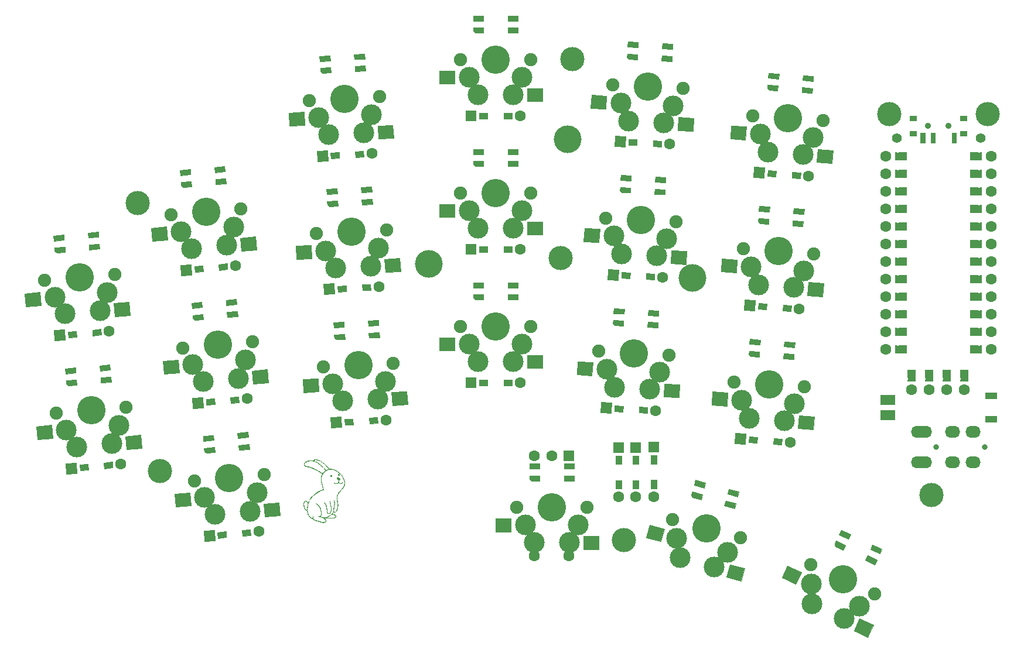
<source format=gbr>
%TF.GenerationSoftware,KiCad,Pcbnew,(6.0.7)*%
%TF.CreationDate,2022-10-20T09:52:42+02:00*%
%TF.ProjectId,Hopper-mx,486f7070-6572-42d6-9d78-2e6b69636164,rev?*%
%TF.SameCoordinates,Original*%
%TF.FileFunction,Soldermask,Top*%
%TF.FilePolarity,Negative*%
%FSLAX46Y46*%
G04 Gerber Fmt 4.6, Leading zero omitted, Abs format (unit mm)*
G04 Created by KiCad (PCBNEW (6.0.7)) date 2022-10-20 09:52:42*
%MOMM*%
%LPD*%
G01*
G04 APERTURE LIST*
G04 Aperture macros list*
%AMRotRect*
0 Rectangle, with rotation*
0 The origin of the aperture is its center*
0 $1 length*
0 $2 width*
0 $3 Rotation angle, in degrees counterclockwise*
0 Add horizontal line*
21,1,$1,$2,0,0,$3*%
%AMFreePoly0*
4,1,6,0.600000,0.200000,0.000000,-0.400000,-0.600000,0.200000,-0.600000,0.400000,0.600000,0.400000,0.600000,0.200000,0.600000,0.200000,$1*%
%AMFreePoly1*
4,1,6,0.600000,-0.250000,-0.600000,-0.250000,-0.600000,1.000000,0.000000,0.400000,0.600000,1.000000,0.600000,-0.250000,0.600000,-0.250000,$1*%
G04 Aperture macros list end*
%ADD10C,0.100000*%
%ADD11R,1.600000X1.600000*%
%ADD12C,1.600000*%
%ADD13C,3.500000*%
%ADD14RotRect,1.600000X1.600000X185.000000*%
%ADD15C,1.900000*%
%ADD16C,3.000000*%
%ADD17C,4.100000*%
%ADD18RotRect,1.600000X1.600000X183.000000*%
%ADD19C,1.397000*%
%ADD20RotRect,1.600000X1.600000X176.000000*%
%ADD21RotRect,1.600000X1.600000X177.000000*%
%ADD22C,4.000000*%
%ADD23C,0.800000*%
%ADD24O,2.200000X1.700000*%
%ADD25FreePoly0,270.000000*%
%ADD26FreePoly0,90.000000*%
%ADD27FreePoly1,270.000000*%
%ADD28FreePoly1,90.000000*%
%ADD29C,0.900000*%
%ADD30FreePoly0,180.000000*%
%ADD31FreePoly1,180.000000*%
G04 APERTURE END LIST*
%TO.C,L7*%
G36*
X79519486Y-77558593D02*
G01*
X78025194Y-77689326D01*
X77959827Y-76942180D01*
X79454119Y-76811447D01*
X79519486Y-77558593D01*
G37*
D10*
X79519486Y-77558593D02*
X78025194Y-77689326D01*
X77959827Y-76942180D01*
X79454119Y-76811447D01*
X79519486Y-77558593D01*
G36*
X84500459Y-77122814D02*
G01*
X83006167Y-77253548D01*
X82940800Y-76506402D01*
X84435093Y-76375668D01*
X84500459Y-77122814D01*
G37*
X84500459Y-77122814D02*
X83006167Y-77253548D01*
X82940800Y-76506402D01*
X84435093Y-76375668D01*
X84500459Y-77122814D01*
G36*
X79672008Y-79301933D02*
G01*
X78426765Y-79410878D01*
X78155927Y-79183618D01*
X78112350Y-78685521D01*
X79606642Y-78554787D01*
X79672008Y-79301933D01*
G37*
X79672008Y-79301933D02*
X78426765Y-79410878D01*
X78155927Y-79183618D01*
X78112350Y-78685521D01*
X79606642Y-78554787D01*
X79672008Y-79301933D01*
G36*
X84652982Y-78866155D02*
G01*
X83158690Y-78996888D01*
X83093323Y-78249742D01*
X84587615Y-78119009D01*
X84652982Y-78866155D01*
G37*
X84652982Y-78866155D02*
X83158690Y-78996888D01*
X83093323Y-78249742D01*
X84587615Y-78119009D01*
X84652982Y-78866155D01*
%TO.C,L13*%
G36*
X104609830Y-88626696D02*
G01*
X103115538Y-88757429D01*
X103050171Y-88010283D01*
X104544463Y-87879550D01*
X104609830Y-88626696D01*
G37*
X104609830Y-88626696D02*
X103115538Y-88757429D01*
X103050171Y-88010283D01*
X104544463Y-87879550D01*
X104609830Y-88626696D01*
G36*
X104457307Y-86883355D02*
G01*
X102963015Y-87014089D01*
X102897648Y-86266943D01*
X104391941Y-86136209D01*
X104457307Y-86883355D01*
G37*
X104457307Y-86883355D02*
X102963015Y-87014089D01*
X102897648Y-86266943D01*
X104391941Y-86136209D01*
X104457307Y-86883355D01*
G36*
X99628856Y-89062474D02*
G01*
X98383613Y-89171419D01*
X98112775Y-88944159D01*
X98069198Y-88446062D01*
X99563490Y-88315328D01*
X99628856Y-89062474D01*
G37*
X99628856Y-89062474D02*
X98383613Y-89171419D01*
X98112775Y-88944159D01*
X98069198Y-88446062D01*
X99563490Y-88315328D01*
X99628856Y-89062474D01*
G36*
X99476334Y-87319134D02*
G01*
X97982042Y-87449867D01*
X97916675Y-86702721D01*
X99410967Y-86571988D01*
X99476334Y-87319134D01*
G37*
X99476334Y-87319134D02*
X97982042Y-87449867D01*
X97916675Y-86702721D01*
X99410967Y-86571988D01*
X99476334Y-87319134D01*
%TO.C,D7*%
G36*
X84862305Y-91298219D02*
G01*
X83666871Y-91402806D01*
X83592789Y-90556040D01*
X84788222Y-90451453D01*
X84862305Y-91298219D01*
G37*
X84862305Y-91298219D02*
X83666871Y-91402806D01*
X83592789Y-90556040D01*
X84788222Y-90451453D01*
X84862305Y-91298219D01*
G36*
X81325813Y-91607622D02*
G01*
X80130380Y-91712209D01*
X80056297Y-90865443D01*
X81251731Y-90760856D01*
X81325813Y-91607622D01*
G37*
X81325813Y-91607622D02*
X80130380Y-91712209D01*
X80056297Y-90865443D01*
X81251731Y-90760856D01*
X81325813Y-91607622D01*
%TO.C,L19*%
G36*
X174899731Y-96449669D02*
G01*
X174705617Y-97174114D01*
X173256728Y-96785885D01*
X173450843Y-96061441D01*
X174899731Y-96449669D01*
G37*
X174899731Y-96449669D02*
X174705617Y-97174114D01*
X173256728Y-96785885D01*
X173450843Y-96061441D01*
X174899731Y-96449669D01*
G36*
X170523036Y-93465204D02*
G01*
X170328921Y-94189648D01*
X168880032Y-93801420D01*
X169074147Y-93076975D01*
X170523036Y-93465204D01*
G37*
X170523036Y-93465204D02*
X170328921Y-94189648D01*
X168880032Y-93801420D01*
X169074147Y-93076975D01*
X170523036Y-93465204D01*
G36*
X170070102Y-95155574D02*
G01*
X169875988Y-95880018D01*
X168668581Y-95556495D01*
X168491804Y-95250308D01*
X168621213Y-94767345D01*
X170070102Y-95155574D01*
G37*
X170070102Y-95155574D02*
X169875988Y-95880018D01*
X168668581Y-95556495D01*
X168491804Y-95250308D01*
X168621213Y-94767345D01*
X170070102Y-95155574D01*
G36*
X175352665Y-94759299D02*
G01*
X175158550Y-95483743D01*
X173709662Y-95095515D01*
X173903776Y-94371070D01*
X175352665Y-94759299D01*
G37*
X175352665Y-94759299D02*
X175158550Y-95483743D01*
X173709662Y-95095515D01*
X173903776Y-94371070D01*
X175352665Y-94759299D01*
%TO.C,D20*%
G36*
X160863337Y-90775968D02*
G01*
X160013337Y-90775968D01*
X160013337Y-89575968D01*
X160863337Y-89575968D01*
X160863337Y-90775968D01*
G37*
X160863337Y-90775968D02*
X160013337Y-90775968D01*
X160013337Y-89575968D01*
X160863337Y-89575968D01*
X160863337Y-90775968D01*
G36*
X160863337Y-94325968D02*
G01*
X160013337Y-94325968D01*
X160013337Y-93125968D01*
X160863337Y-93125968D01*
X160863337Y-94325968D01*
G37*
X160863337Y-94325968D02*
X160013337Y-94325968D01*
X160013337Y-93125968D01*
X160863337Y-93125968D01*
X160863337Y-94325968D01*
%TO.C,SW17*%
G36*
X173743796Y-80447650D02*
G01*
X173611259Y-82343022D01*
X171416618Y-82189558D01*
X171549155Y-80294186D01*
X173743796Y-80447650D01*
G37*
X173743796Y-80447650D02*
X173611259Y-82343022D01*
X171416618Y-82189558D01*
X171549155Y-80294186D01*
X173743796Y-80447650D01*
G36*
X186235678Y-83867370D02*
G01*
X186103141Y-85762742D01*
X183908500Y-85609278D01*
X184041037Y-83713906D01*
X186235678Y-83867370D01*
G37*
X186235678Y-83867370D02*
X186103141Y-85762742D01*
X183908500Y-85609278D01*
X184041037Y-83713906D01*
X186235678Y-83867370D01*
%TO.C,SW4*%
G36*
X134294392Y-35753529D02*
G01*
X132094392Y-35753529D01*
X132094392Y-33853529D01*
X134294392Y-33853529D01*
X134294392Y-35753529D01*
G37*
X134294392Y-35753529D02*
X132094392Y-35753529D01*
X132094392Y-33853529D01*
X134294392Y-33853529D01*
X134294392Y-35753529D01*
G36*
X146994392Y-38293529D02*
G01*
X144794392Y-38293529D01*
X144794392Y-36393529D01*
X146994392Y-36393529D01*
X146994392Y-38293529D01*
G37*
X146994392Y-38293529D02*
X144794392Y-38293529D01*
X144794392Y-36393529D01*
X146994392Y-36393529D01*
X146994392Y-38293529D01*
%TO.C,*%
G36*
X117461145Y-92708485D02*
G01*
X117520508Y-92720449D01*
X117558568Y-92733866D01*
X117599567Y-92751488D01*
X117639926Y-92771474D01*
X117676061Y-92791984D01*
X117704392Y-92811177D01*
X117715523Y-92820673D01*
X117741355Y-92853209D01*
X117754917Y-92889885D01*
X117757869Y-92922644D01*
X117751893Y-92971836D01*
X117733632Y-93015897D01*
X117702585Y-93055674D01*
X117658251Y-93092015D01*
X117657513Y-93092518D01*
X117637531Y-93110882D01*
X117619108Y-93135781D01*
X117614086Y-93144765D01*
X117605810Y-93162826D01*
X117600592Y-93180178D01*
X117597755Y-93200908D01*
X117596626Y-93229106D01*
X117596487Y-93251423D01*
X117598547Y-93312934D01*
X117605171Y-93363108D01*
X117617031Y-93404089D01*
X117634796Y-93438022D01*
X117659137Y-93467049D01*
X117665829Y-93473341D01*
X117707756Y-93503899D01*
X117754298Y-93525285D01*
X117802051Y-93536371D01*
X117847606Y-93536029D01*
X117852592Y-93535198D01*
X117875178Y-93529897D01*
X117893685Y-93522005D01*
X117911438Y-93509243D01*
X117931764Y-93489337D01*
X117951394Y-93467556D01*
X117983731Y-93433739D01*
X118011138Y-93412137D01*
X118034746Y-93402308D01*
X118055689Y-93403812D01*
X118075098Y-93416207D01*
X118077442Y-93418469D01*
X118090680Y-93436321D01*
X118094980Y-93455750D01*
X118089827Y-93478175D01*
X118074710Y-93505018D01*
X118049117Y-93537699D01*
X118024646Y-93564862D01*
X117984440Y-93602774D01*
X117944017Y-93629726D01*
X117901681Y-93645948D01*
X117855735Y-93651671D01*
X117804482Y-93647124D01*
X117746227Y-93632538D01*
X117686010Y-93610861D01*
X117642968Y-93589986D01*
X117606407Y-93563293D01*
X117572619Y-93527743D01*
X117552594Y-93501539D01*
X117530864Y-93471279D01*
X117471805Y-93534571D01*
X117415886Y-93588183D01*
X117360386Y-93628472D01*
X117304354Y-93656080D01*
X117281222Y-93663821D01*
X117254652Y-93670361D01*
X117229453Y-93673385D01*
X117202484Y-93672672D01*
X117170603Y-93668000D01*
X117130667Y-93659146D01*
X117098311Y-93650887D01*
X117062666Y-93641193D01*
X117029759Y-93631685D01*
X117003164Y-93623432D01*
X116986457Y-93617502D01*
X116986045Y-93617328D01*
X116955609Y-93602206D01*
X116925184Y-93583469D01*
X116898221Y-93563595D01*
X116878171Y-93545064D01*
X116869930Y-93533900D01*
X116862610Y-93507590D01*
X116866487Y-93482503D01*
X116880734Y-93462856D01*
X116884395Y-93460183D01*
X116893284Y-93455362D01*
X116902314Y-93454443D01*
X116914761Y-93458265D01*
X116933898Y-93467669D01*
X116952197Y-93477566D01*
X116983261Y-93493033D01*
X117021060Y-93509625D01*
X117058884Y-93524449D01*
X117070244Y-93528465D01*
X117135463Y-93546403D01*
X117193546Y-93552820D01*
X117245683Y-93547490D01*
X117293064Y-93530189D01*
X117336879Y-93500691D01*
X117366186Y-93472534D01*
X117404602Y-93424892D01*
X117432686Y-93374969D01*
X117453157Y-93317726D01*
X117456491Y-93305292D01*
X117464569Y-93268168D01*
X117470707Y-93228938D01*
X117474657Y-93190798D01*
X117476168Y-93156947D01*
X117474993Y-93130584D01*
X117471251Y-93115551D01*
X117462206Y-93105150D01*
X117444559Y-93089587D01*
X117421385Y-93071483D01*
X117408899Y-93062446D01*
X117344716Y-93014851D01*
X117293507Y-92971522D01*
X117255025Y-92932022D01*
X117229023Y-92895917D01*
X117215253Y-92862771D01*
X117213468Y-92832148D01*
X117223419Y-92803615D01*
X117244859Y-92776735D01*
X117245816Y-92775817D01*
X117290968Y-92742274D01*
X117343357Y-92719579D01*
X117400808Y-92708170D01*
X117461145Y-92708485D01*
G37*
G36*
X112438072Y-96394866D02*
G01*
X112461354Y-96321159D01*
X112492505Y-96253572D01*
X112530719Y-96193692D01*
X112575188Y-96143104D01*
X112625106Y-96103394D01*
X112656819Y-96085694D01*
X112680269Y-96075239D01*
X112700062Y-96068812D01*
X112721132Y-96065468D01*
X112748416Y-96064259D01*
X112769084Y-96064164D01*
X112803036Y-96064778D01*
X112827852Y-96067053D01*
X112848407Y-96071871D01*
X112869577Y-96080111D01*
X112877570Y-96083750D01*
X112926837Y-96111097D01*
X112972516Y-96146294D01*
X113017290Y-96191591D01*
X113043505Y-96222881D01*
X113063680Y-96247630D01*
X113080879Y-96267707D01*
X113093152Y-96280899D01*
X113098360Y-96285059D01*
X113104181Y-96278690D01*
X113114950Y-96260083D01*
X113130296Y-96229986D01*
X113149851Y-96189148D01*
X113173245Y-96138317D01*
X113198180Y-96082605D01*
X113241944Y-95986620D01*
X113283402Y-95902082D01*
X113323780Y-95826855D01*
X113364307Y-95758805D01*
X113406209Y-95695798D01*
X113450716Y-95635700D01*
X113467092Y-95615010D01*
X113558593Y-95506660D01*
X113655638Y-95402560D01*
X113759560Y-95301541D01*
X113871692Y-95202432D01*
X113993365Y-95104063D01*
X114125913Y-95005263D01*
X114270668Y-94904863D01*
X114291681Y-94890814D01*
X114391902Y-94825360D01*
X114483967Y-94768107D01*
X114570161Y-94717881D01*
X114652770Y-94673509D01*
X114734078Y-94633815D01*
X114816372Y-94597627D01*
X114901937Y-94563770D01*
X114989830Y-94532180D01*
X115055943Y-94509326D01*
X115109862Y-94490485D01*
X115152708Y-94475234D01*
X115185601Y-94463152D01*
X115209662Y-94453818D01*
X115226012Y-94446811D01*
X115235772Y-94441709D01*
X115240061Y-94438091D01*
X115240068Y-94438080D01*
X115246309Y-94417304D01*
X115246454Y-94385360D01*
X115240683Y-94343630D01*
X115229178Y-94293496D01*
X115214765Y-94244497D01*
X115201532Y-94202468D01*
X115189514Y-94162463D01*
X115178045Y-94121965D01*
X115166460Y-94078457D01*
X115154094Y-94029423D01*
X115140282Y-93972346D01*
X115124359Y-93904710D01*
X115119862Y-93885390D01*
X115105764Y-93826504D01*
X115090582Y-93766232D01*
X115074987Y-93707005D01*
X115059650Y-93651253D01*
X115045245Y-93601406D01*
X115032441Y-93559893D01*
X115021910Y-93529146D01*
X115020103Y-93524417D01*
X115007416Y-93486913D01*
X114994265Y-93438941D01*
X114981422Y-93384011D01*
X114969662Y-93325632D01*
X114959759Y-93267314D01*
X114953694Y-93223084D01*
X114948407Y-93168443D01*
X114944508Y-93106232D01*
X114941998Y-93039312D01*
X114940881Y-92970540D01*
X114941157Y-92902774D01*
X114942830Y-92838873D01*
X114945901Y-92781694D01*
X114950372Y-92734096D01*
X114953328Y-92713623D01*
X114986965Y-92552962D01*
X115031828Y-92400664D01*
X115077815Y-92280060D01*
X115112181Y-92198969D01*
X115078946Y-92166862D01*
X115051234Y-92142822D01*
X115012308Y-92113111D01*
X114963420Y-92078498D01*
X114905826Y-92039750D01*
X114840780Y-91997634D01*
X114769536Y-91952918D01*
X114693348Y-91906368D01*
X114613471Y-91858753D01*
X114531159Y-91810840D01*
X114447666Y-91763396D01*
X114364247Y-91717189D01*
X114282156Y-91672985D01*
X114210990Y-91635830D01*
X114091846Y-91575569D01*
X113982291Y-91522267D01*
X113880233Y-91475105D01*
X113783579Y-91433264D01*
X113690236Y-91395926D01*
X113598113Y-91362273D01*
X113505118Y-91331486D01*
X113409157Y-91302747D01*
X113308138Y-91275237D01*
X113253228Y-91261225D01*
X113187361Y-91244785D01*
X113133312Y-91231416D01*
X113089293Y-91220746D01*
X113053518Y-91212402D01*
X113024199Y-91206014D01*
X112999549Y-91201208D01*
X112977782Y-91197614D01*
X112957110Y-91194860D01*
X112935746Y-91192573D01*
X112913401Y-91190514D01*
X112853088Y-91183891D01*
X112802568Y-91175105D01*
X112757646Y-91163094D01*
X112714125Y-91146795D01*
X112680831Y-91131579D01*
X112618683Y-91094096D01*
X112566778Y-91047409D01*
X112525765Y-90992555D01*
X112496292Y-90930572D01*
X112479010Y-90862498D01*
X112476252Y-90826164D01*
X112583215Y-90826164D01*
X112584128Y-90856566D01*
X112587701Y-90879018D01*
X112595328Y-90899547D01*
X112604119Y-90916532D01*
X112621426Y-90942155D01*
X112642965Y-90966512D01*
X112655609Y-90977683D01*
X112694898Y-91001895D01*
X112743817Y-91023064D01*
X112798044Y-91039658D01*
X112853259Y-91050144D01*
X112863254Y-91051294D01*
X112937785Y-91061079D01*
X113022597Y-91075957D01*
X113115180Y-91095251D01*
X113213024Y-91118282D01*
X113313619Y-91144371D01*
X113414454Y-91172842D01*
X113513019Y-91203014D01*
X113606805Y-91234210D01*
X113693300Y-91265752D01*
X113766009Y-91295236D01*
X113858274Y-91336316D01*
X113959921Y-91383946D01*
X114068635Y-91436924D01*
X114182103Y-91494046D01*
X114298008Y-91554110D01*
X114414037Y-91615914D01*
X114527874Y-91678256D01*
X114637204Y-91739931D01*
X114739714Y-91799738D01*
X114757344Y-91810261D01*
X114797623Y-91834952D01*
X114843221Y-91863828D01*
X114891354Y-91895042D01*
X114939241Y-91926747D01*
X114984099Y-91957098D01*
X115023146Y-91984248D01*
X115053599Y-92006351D01*
X115058850Y-92010338D01*
X115086728Y-92030742D01*
X115117453Y-92051732D01*
X115139541Y-92065780D01*
X115179277Y-92089771D01*
X115193311Y-92072823D01*
X115205008Y-92058377D01*
X115221480Y-92037653D01*
X115236918Y-92018002D01*
X115254588Y-91997188D01*
X115280323Y-91969250D01*
X115311812Y-91936511D01*
X115346742Y-91901292D01*
X115382800Y-91865915D01*
X115417675Y-91832704D01*
X115449055Y-91803980D01*
X115456939Y-91797023D01*
X115479355Y-91777587D01*
X115508084Y-91752873D01*
X115538725Y-91726662D01*
X115556926Y-91711169D01*
X115581070Y-91690415D01*
X115600685Y-91673079D01*
X115613632Y-91661084D01*
X115617813Y-91656433D01*
X115615367Y-91653060D01*
X115607668Y-91644412D01*
X115594173Y-91629923D01*
X115574339Y-91609028D01*
X115547626Y-91581163D01*
X115513489Y-91545763D01*
X115471388Y-91502263D01*
X115420779Y-91450098D01*
X115361121Y-91388703D01*
X115333642Y-91360447D01*
X115272891Y-91298913D01*
X115213050Y-91240320D01*
X115152463Y-91183210D01*
X115089475Y-91126127D01*
X115022429Y-91067611D01*
X114949671Y-91006205D01*
X114869545Y-90940451D01*
X114780394Y-90868891D01*
X114730897Y-90829672D01*
X114647245Y-90764897D01*
X114571137Y-90708809D01*
X114500382Y-90659988D01*
X114432788Y-90617015D01*
X114366163Y-90578473D01*
X114298313Y-90542942D01*
X114256598Y-90522711D01*
X114181965Y-90489250D01*
X114103380Y-90457215D01*
X114024029Y-90427732D01*
X113947101Y-90401926D01*
X113875782Y-90380923D01*
X113813258Y-90365847D01*
X113811045Y-90365395D01*
X113788449Y-90361311D01*
X113764518Y-90358162D01*
X113737087Y-90355837D01*
X113703991Y-90354227D01*
X113663065Y-90353222D01*
X113612144Y-90352711D01*
X113558449Y-90352585D01*
X113484479Y-90352984D01*
X113421552Y-90354419D01*
X113366697Y-90357216D01*
X113316943Y-90361702D01*
X113269316Y-90368202D01*
X113220846Y-90377044D01*
X113168562Y-90388555D01*
X113117388Y-90401062D01*
X113057898Y-90417522D01*
X113004451Y-90435864D01*
X112953512Y-90457710D01*
X112901543Y-90484680D01*
X112845009Y-90518397D01*
X112804167Y-90544680D01*
X112741287Y-90587927D01*
X112690514Y-90627406D01*
X112650855Y-90664382D01*
X112621318Y-90700119D01*
X112600909Y-90735883D01*
X112588637Y-90772938D01*
X112583509Y-90812548D01*
X112583215Y-90826164D01*
X112476252Y-90826164D01*
X112474388Y-90801606D01*
X112479134Y-90738197D01*
X112494058Y-90680936D01*
X112520186Y-90627476D01*
X112558547Y-90575471D01*
X112586653Y-90545203D01*
X112645344Y-90492739D01*
X112715039Y-90441465D01*
X112792719Y-90393056D01*
X112875363Y-90349185D01*
X112959952Y-90311526D01*
X113043464Y-90281755D01*
X113062925Y-90276229D01*
X113992013Y-90276229D01*
X114005749Y-90289475D01*
X114016280Y-90294592D01*
X114031560Y-90300831D01*
X114057050Y-90311181D01*
X114089943Y-90324505D01*
X114127435Y-90339667D01*
X114154858Y-90350743D01*
X114232094Y-90382839D01*
X114300009Y-90413348D01*
X114361761Y-90444047D01*
X114420508Y-90476714D01*
X114479405Y-90513127D01*
X114541611Y-90555065D01*
X114610283Y-90604305D01*
X114627155Y-90616725D01*
X114709416Y-90677854D01*
X114783600Y-90733824D01*
X114851255Y-90785991D01*
X114913928Y-90835710D01*
X114973167Y-90884336D01*
X115030520Y-90933224D01*
X115087534Y-90983729D01*
X115145756Y-91037207D01*
X115206735Y-91095012D01*
X115272017Y-91158499D01*
X115343151Y-91229024D01*
X115421684Y-91307942D01*
X115454836Y-91341475D01*
X115505492Y-91392562D01*
X115553093Y-91440134D01*
X115596729Y-91483310D01*
X115635486Y-91521206D01*
X115668455Y-91552943D01*
X115694723Y-91577636D01*
X115713379Y-91594404D01*
X115723511Y-91602364D01*
X115724975Y-91602884D01*
X115733807Y-91599343D01*
X115753637Y-91591420D01*
X115782428Y-91579927D01*
X115818142Y-91565677D01*
X115858742Y-91549485D01*
X115873918Y-91543434D01*
X115916301Y-91526600D01*
X115955048Y-91511333D01*
X115987988Y-91498478D01*
X116012950Y-91488880D01*
X116027766Y-91483384D01*
X116030037Y-91482621D01*
X116040035Y-91477901D01*
X116045065Y-91470488D01*
X116044540Y-91459159D01*
X116037872Y-91442686D01*
X116024474Y-91419846D01*
X116003759Y-91389411D01*
X115975139Y-91350157D01*
X115951352Y-91318450D01*
X115822581Y-91159263D01*
X115681982Y-91006720D01*
X115530587Y-90861851D01*
X115369430Y-90725686D01*
X115312592Y-90681553D01*
X115179146Y-90584105D01*
X115050638Y-90498520D01*
X114925721Y-90424113D01*
X114803049Y-90360199D01*
X114681275Y-90306094D01*
X114559052Y-90261112D01*
X114435034Y-90224569D01*
X114393421Y-90214230D01*
X114348782Y-90206116D01*
X114298843Y-90201213D01*
X114246030Y-90199351D01*
X114192770Y-90200361D01*
X114141489Y-90204072D01*
X114094613Y-90210314D01*
X114054568Y-90218918D01*
X114023781Y-90229713D01*
X114005759Y-90241392D01*
X113992039Y-90260316D01*
X113992013Y-90276229D01*
X113062925Y-90276229D01*
X113081322Y-90271005D01*
X113150876Y-90255556D01*
X113230346Y-90242187D01*
X113315718Y-90231294D01*
X113402976Y-90223272D01*
X113488104Y-90218518D01*
X113567087Y-90217427D01*
X113611073Y-90218757D01*
X113652847Y-90221267D01*
X113696374Y-90224521D01*
X113738754Y-90228236D01*
X113777089Y-90232130D01*
X113808479Y-90235920D01*
X113830026Y-90239325D01*
X113835618Y-90240622D01*
X113846110Y-90236603D01*
X113860236Y-90220639D01*
X113867127Y-90210380D01*
X113894977Y-90170577D01*
X113924163Y-90138850D01*
X113956597Y-90114394D01*
X113994187Y-90096402D01*
X114038845Y-90084068D01*
X114092482Y-90076587D01*
X114157008Y-90073152D01*
X114193449Y-90072700D01*
X114251069Y-90073532D01*
X114303263Y-90076696D01*
X114353164Y-90082763D01*
X114403905Y-90092306D01*
X114458619Y-90105895D01*
X114520439Y-90124104D01*
X114579360Y-90143124D01*
X114672838Y-90176826D01*
X114765061Y-90215750D01*
X114858268Y-90261032D01*
X114954695Y-90313809D01*
X115056577Y-90375214D01*
X115131838Y-90423611D01*
X115317241Y-90553127D01*
X115491136Y-90690343D01*
X115654075Y-90835783D01*
X115806609Y-90989967D01*
X115949287Y-91153419D01*
X116078660Y-91321137D01*
X116103428Y-91354785D01*
X116126756Y-91385603D01*
X116146840Y-91411271D01*
X116161877Y-91429474D01*
X116168513Y-91436606D01*
X116187295Y-91454147D01*
X116353369Y-91454514D01*
X116407112Y-91454759D01*
X116451820Y-91455465D01*
X116490285Y-91456977D01*
X116525300Y-91459643D01*
X116559658Y-91463809D01*
X116596150Y-91469821D01*
X116637569Y-91478026D01*
X116686709Y-91488769D01*
X116746361Y-91502398D01*
X116754498Y-91504277D01*
X116836207Y-91524328D01*
X116907770Y-91544693D01*
X116973037Y-91566697D01*
X117035859Y-91591669D01*
X117100086Y-91620936D01*
X117117470Y-91629402D01*
X117206405Y-91675019D01*
X117286171Y-91720129D01*
X117359775Y-91766850D01*
X117430225Y-91817296D01*
X117500529Y-91873584D01*
X117573697Y-91937829D01*
X117628062Y-91988510D01*
X117721438Y-92078219D01*
X117805742Y-92161136D01*
X117880688Y-92236956D01*
X117945989Y-92305379D01*
X118001361Y-92366099D01*
X118046517Y-92418815D01*
X118081172Y-92463224D01*
X118095877Y-92484339D01*
X118120816Y-92524785D01*
X118149396Y-92575441D01*
X118180159Y-92633443D01*
X118211647Y-92695926D01*
X118242401Y-92760026D01*
X118270964Y-92822879D01*
X118286302Y-92858463D01*
X118336231Y-92988305D01*
X118376561Y-93117317D01*
X118407038Y-93244096D01*
X118427411Y-93367241D01*
X118437425Y-93485349D01*
X118436828Y-93597019D01*
X118431186Y-93661044D01*
X118420999Y-93724090D01*
X118405449Y-93787796D01*
X118383593Y-93855332D01*
X118354488Y-93929865D01*
X118343557Y-93955556D01*
X118312444Y-94026237D01*
X118283980Y-94087563D01*
X118256773Y-94141526D01*
X118229431Y-94190115D01*
X118200562Y-94235322D01*
X118168775Y-94279135D01*
X118132678Y-94323547D01*
X118090879Y-94370546D01*
X118041987Y-94422124D01*
X117984609Y-94480271D01*
X117958424Y-94506357D01*
X117857523Y-94609158D01*
X117766267Y-94707574D01*
X117685061Y-94801104D01*
X117614309Y-94889248D01*
X117554419Y-94971505D01*
X117505794Y-95047375D01*
X117475462Y-95102766D01*
X117438233Y-95186625D01*
X117404265Y-95282358D01*
X117374150Y-95388061D01*
X117348479Y-95501832D01*
X117343578Y-95527269D01*
X117337186Y-95563182D01*
X117333354Y-95591430D01*
X117331881Y-95616942D01*
X117332564Y-95644648D01*
X117335202Y-95679477D01*
X117336680Y-95695667D01*
X117346291Y-95795602D01*
X117355399Y-95883548D01*
X117364288Y-95961527D01*
X117373241Y-96031560D01*
X117382539Y-96095670D01*
X117392468Y-96155879D01*
X117403308Y-96214209D01*
X117415344Y-96272681D01*
X117421118Y-96299092D01*
X117440903Y-96395058D01*
X117455343Y-96482624D01*
X117464505Y-96564923D01*
X117468455Y-96645090D01*
X117467257Y-96726259D01*
X117460978Y-96811566D01*
X117449684Y-96904144D01*
X117435713Y-96993733D01*
X117419949Y-97082986D01*
X117404256Y-97160538D01*
X117387668Y-97228681D01*
X117369217Y-97289709D01*
X117347936Y-97345915D01*
X117322857Y-97399592D01*
X117293015Y-97453032D01*
X117257441Y-97508530D01*
X117215168Y-97568378D01*
X117165392Y-97634658D01*
X117117692Y-97694213D01*
X117074887Y-97741489D01*
X117036015Y-97776962D01*
X117000114Y-97801106D01*
X116966225Y-97814395D01*
X116933385Y-97817303D01*
X116900633Y-97810307D01*
X116867008Y-97793879D01*
X116856542Y-97787139D01*
X116838219Y-97774892D01*
X116824135Y-97765741D01*
X116820275Y-97763367D01*
X116812830Y-97766710D01*
X116798636Y-97779823D01*
X116779225Y-97801151D01*
X116758682Y-97825931D01*
X116736479Y-97854340D01*
X116713192Y-97885223D01*
X116690390Y-97916371D01*
X116669635Y-97945577D01*
X116652495Y-97970630D01*
X116640535Y-97989324D01*
X116635321Y-97999449D01*
X116635217Y-98000114D01*
X116641670Y-98007375D01*
X116658890Y-98014878D01*
X116683664Y-98021615D01*
X116712782Y-98026577D01*
X116722924Y-98027665D01*
X116763483Y-98032032D01*
X116808838Y-98038073D01*
X116856205Y-98045295D01*
X116902800Y-98053208D01*
X116945839Y-98061322D01*
X116982538Y-98069144D01*
X117010112Y-98076185D01*
X117022865Y-98080543D01*
X117066402Y-98106504D01*
X117102727Y-98142731D01*
X117131189Y-98187088D01*
X117151139Y-98237436D01*
X117161926Y-98291637D01*
X117162901Y-98347555D01*
X117153414Y-98403051D01*
X117135446Y-98450761D01*
X117115069Y-98482911D01*
X117085849Y-98517014D01*
X117051735Y-98549251D01*
X117016673Y-98575800D01*
X116991696Y-98589881D01*
X116940068Y-98609464D01*
X116877656Y-98626682D01*
X116807565Y-98641157D01*
X116732904Y-98652508D01*
X116656779Y-98660357D01*
X116582297Y-98664325D01*
X116512566Y-98664033D01*
X116450692Y-98659101D01*
X116438571Y-98657375D01*
X116421350Y-98655737D01*
X116392560Y-98654238D01*
X116353662Y-98652881D01*
X116306115Y-98651673D01*
X116251382Y-98650620D01*
X116190920Y-98649725D01*
X116126191Y-98648995D01*
X116058656Y-98648434D01*
X115989773Y-98648049D01*
X115921004Y-98647843D01*
X115853809Y-98647823D01*
X115789648Y-98647994D01*
X115729981Y-98648361D01*
X115676269Y-98648929D01*
X115629971Y-98649703D01*
X115592549Y-98650689D01*
X115565462Y-98651893D01*
X115550171Y-98653318D01*
X115547346Y-98654167D01*
X115546203Y-98660615D01*
X115552563Y-98671850D01*
X115567490Y-98689310D01*
X115591849Y-98714233D01*
X115625376Y-98750506D01*
X115658391Y-98791730D01*
X115688806Y-98834814D01*
X115714534Y-98876668D01*
X115733490Y-98914199D01*
X115741507Y-98935886D01*
X115749724Y-98981843D01*
X115749147Y-99028944D01*
X115740161Y-99072549D01*
X115727725Y-99100876D01*
X115698650Y-99139410D01*
X115658284Y-99176870D01*
X115609344Y-99211346D01*
X115554547Y-99240930D01*
X115496610Y-99263710D01*
X115495569Y-99264042D01*
X115456815Y-99273704D01*
X115411516Y-99280938D01*
X115364814Y-99285249D01*
X115321849Y-99286140D01*
X115291543Y-99283752D01*
X115247264Y-99276477D01*
X115195961Y-99267283D01*
X115139896Y-99256647D01*
X115081334Y-99245044D01*
X115022535Y-99232950D01*
X114965765Y-99220840D01*
X114913285Y-99209191D01*
X114867358Y-99198477D01*
X114830247Y-99189176D01*
X114804216Y-99181762D01*
X114800382Y-99180494D01*
X114776381Y-99171834D01*
X114743066Y-99159252D01*
X114704107Y-99144160D01*
X114663171Y-99127971D01*
X114644226Y-99120358D01*
X114581080Y-99095509D01*
X114524129Y-99074762D01*
X114469126Y-99056789D01*
X114411827Y-99040265D01*
X114347987Y-99023863D01*
X114295189Y-99011291D01*
X114227922Y-98994914D01*
X114171393Y-98979062D01*
X114122450Y-98962266D01*
X114077940Y-98943060D01*
X114034711Y-98919976D01*
X113989609Y-98891545D01*
X113939482Y-98856300D01*
X113901080Y-98827816D01*
X113862505Y-98799018D01*
X113832478Y-98777347D01*
X113808470Y-98761312D01*
X113787952Y-98749421D01*
X113768398Y-98740184D01*
X113747278Y-98732109D01*
X113727540Y-98725480D01*
X113664042Y-98701431D01*
X113602524Y-98670820D01*
X113541138Y-98632411D01*
X113478038Y-98584967D01*
X113411374Y-98527252D01*
X113363080Y-98481522D01*
X113304068Y-98422637D01*
X113254697Y-98370115D01*
X113213421Y-98321848D01*
X113178695Y-98275724D01*
X113148974Y-98229635D01*
X113122713Y-98181471D01*
X113098367Y-98129122D01*
X113089336Y-98107791D01*
X113054453Y-98017713D01*
X113025032Y-97928360D01*
X113000018Y-97835894D01*
X112978353Y-97736479D01*
X112962213Y-97646274D01*
X112955634Y-97607746D01*
X112949286Y-97573224D01*
X112943716Y-97545502D01*
X112939471Y-97527370D01*
X112937944Y-97522596D01*
X112932102Y-97514609D01*
X112920566Y-97508261D01*
X112900543Y-97502460D01*
X112870971Y-97496435D01*
X112818892Y-97484450D01*
X112775831Y-97468521D01*
X112738918Y-97446666D01*
X112705283Y-97416904D01*
X112672056Y-97377253D01*
X112646952Y-97341732D01*
X112616192Y-97292542D01*
X112588304Y-97240166D01*
X112562029Y-97181835D01*
X112536107Y-97114783D01*
X112512908Y-97047339D01*
X112480392Y-96939958D01*
X112454276Y-96835494D01*
X112434965Y-96736049D01*
X112422860Y-96643725D01*
X112418366Y-96560623D01*
X112418348Y-96554297D01*
X112418520Y-96551577D01*
X112526152Y-96551577D01*
X112528442Y-96628950D01*
X112539172Y-96714764D01*
X112558247Y-96810320D01*
X112564303Y-96835860D01*
X112580990Y-96899518D01*
X112600745Y-96967078D01*
X112622233Y-97034408D01*
X112644121Y-97097379D01*
X112665074Y-97151862D01*
X112670625Y-97165109D01*
X112692729Y-97209095D01*
X112719957Y-97251469D01*
X112750276Y-97289891D01*
X112781656Y-97322022D01*
X112812065Y-97345523D01*
X112837764Y-97357603D01*
X112857037Y-97360981D01*
X112881093Y-97362564D01*
X112905193Y-97362380D01*
X112924595Y-97360456D01*
X112934349Y-97357051D01*
X112934554Y-97355874D01*
X113053274Y-97355874D01*
X113053893Y-97420518D01*
X113055334Y-97480008D01*
X113057613Y-97531828D01*
X113060744Y-97573458D01*
X113062699Y-97590142D01*
X113077960Y-97682053D01*
X113097999Y-97774954D01*
X113122058Y-97866479D01*
X113149380Y-97954260D01*
X113179207Y-98035928D01*
X113210781Y-98109118D01*
X113243345Y-98171460D01*
X113254695Y-98190059D01*
X113266276Y-98205844D01*
X113285099Y-98228981D01*
X113308708Y-98256681D01*
X113334646Y-98286156D01*
X113360454Y-98314615D01*
X113383675Y-98339270D01*
X113401853Y-98357332D01*
X113403068Y-98358457D01*
X113442402Y-98394399D01*
X113474059Y-98422813D01*
X113500543Y-98445828D01*
X113524359Y-98465571D01*
X113548011Y-98484171D01*
X113574005Y-98503758D01*
X113574373Y-98504031D01*
X113626300Y-98540746D01*
X113670184Y-98567903D01*
X113705685Y-98585351D01*
X113732462Y-98592937D01*
X113750174Y-98590509D01*
X113755801Y-98585058D01*
X113757618Y-98575450D01*
X113759247Y-98554395D01*
X113760564Y-98524478D01*
X113761442Y-98488285D01*
X113761709Y-98464022D01*
X113762385Y-98416315D01*
X113763860Y-98380727D01*
X113766289Y-98355362D01*
X113769830Y-98338321D01*
X113772685Y-98331038D01*
X113788205Y-98308969D01*
X113806618Y-98299963D01*
X113823157Y-98301215D01*
X113836384Y-98307166D01*
X113846827Y-98318674D01*
X113854942Y-98337340D01*
X113861182Y-98364767D01*
X113866005Y-98402556D01*
X113869865Y-98452311D01*
X113870862Y-98469071D01*
X113873559Y-98510000D01*
X113876774Y-98548129D01*
X113880190Y-98580302D01*
X113883489Y-98603361D01*
X113885149Y-98611053D01*
X113898586Y-98646493D01*
X113919059Y-98679484D01*
X113947990Y-98711483D01*
X113986800Y-98743945D01*
X114036913Y-98778327D01*
X114066133Y-98796381D01*
X114141997Y-98835412D01*
X114225807Y-98865765D01*
X114318827Y-98888035D01*
X114393680Y-98904987D01*
X114478365Y-98929297D01*
X114571122Y-98960414D01*
X114670195Y-98997781D01*
X114680743Y-99001985D01*
X114750910Y-99029361D01*
X114815251Y-99052696D01*
X114876727Y-99072801D01*
X114938300Y-99090487D01*
X115002930Y-99106563D01*
X115073579Y-99121841D01*
X115153208Y-99137130D01*
X115214360Y-99148010D01*
X115260886Y-99155806D01*
X115297251Y-99160879D01*
X115327057Y-99163265D01*
X115353902Y-99163000D01*
X115381386Y-99160121D01*
X115413108Y-99154663D01*
X115435382Y-99150224D01*
X115488995Y-99135770D01*
X115536877Y-99116049D01*
X115577604Y-99092203D01*
X115609755Y-99065372D01*
X115631907Y-99036699D01*
X115642637Y-99007325D01*
X115642100Y-98984357D01*
X115631956Y-98957002D01*
X115612465Y-98922825D01*
X115585259Y-98883741D01*
X115551971Y-98841669D01*
X115514234Y-98798523D01*
X115473681Y-98756221D01*
X115431944Y-98716678D01*
X115390656Y-98681813D01*
X115372802Y-98668264D01*
X115325065Y-98634026D01*
X115281429Y-98604310D01*
X115240194Y-98578437D01*
X115199661Y-98555727D01*
X115158127Y-98535500D01*
X115113892Y-98517076D01*
X115101040Y-98512505D01*
X115866902Y-98512505D01*
X115937068Y-98521993D01*
X115966200Y-98524924D01*
X116007358Y-98527590D01*
X116058535Y-98529909D01*
X116117725Y-98531800D01*
X116182922Y-98533181D01*
X116224747Y-98533737D01*
X116281768Y-98534532D01*
X116337003Y-98535678D01*
X116388134Y-98537099D01*
X116432841Y-98538720D01*
X116468804Y-98540463D01*
X116493705Y-98542252D01*
X116498394Y-98542753D01*
X116559428Y-98546902D01*
X116627292Y-98545224D01*
X116704180Y-98537607D01*
X116759226Y-98529550D01*
X116822392Y-98518472D01*
X116873585Y-98507311D01*
X116914849Y-98495286D01*
X116948227Y-98481614D01*
X116975763Y-98465515D01*
X116999500Y-98446207D01*
X117013015Y-98432489D01*
X117038776Y-98395263D01*
X117052639Y-98354563D01*
X117055095Y-98312777D01*
X117046637Y-98272293D01*
X117027759Y-98235498D01*
X116998954Y-98204779D01*
X116961487Y-98182837D01*
X116940043Y-98176135D01*
X116906209Y-98168545D01*
X116859655Y-98160011D01*
X116800049Y-98150476D01*
X116727057Y-98139883D01*
X116658133Y-98130518D01*
X116603970Y-98123434D01*
X116561461Y-98118505D01*
X116528347Y-98116058D01*
X116502369Y-98116422D01*
X116481268Y-98119921D01*
X116462784Y-98126885D01*
X116444659Y-98137639D01*
X116424633Y-98152510D01*
X116406542Y-98166935D01*
X116341152Y-98216346D01*
X116263050Y-98269827D01*
X116172830Y-98326989D01*
X116071085Y-98387441D01*
X116067786Y-98389345D01*
X116026061Y-98413565D01*
X115986443Y-98436868D01*
X115951256Y-98457863D01*
X115922826Y-98475159D01*
X115903474Y-98487366D01*
X115899389Y-98490101D01*
X115866902Y-98512505D01*
X115101040Y-98512505D01*
X115065255Y-98499777D01*
X115010517Y-98482922D01*
X114947975Y-98465831D01*
X114875929Y-98447826D01*
X114792679Y-98428225D01*
X114744649Y-98417235D01*
X114691867Y-98404893D01*
X114651308Y-98394343D01*
X114621401Y-98384782D01*
X114600577Y-98375411D01*
X114587266Y-98365429D01*
X114579899Y-98354035D01*
X114576905Y-98340428D01*
X114576554Y-98331492D01*
X114582856Y-98303225D01*
X114593744Y-98287728D01*
X114604106Y-98277795D01*
X114614541Y-98272732D01*
X114629520Y-98271518D01*
X114653516Y-98273135D01*
X114656543Y-98273409D01*
X114689137Y-98277582D01*
X114723748Y-98283808D01*
X114742838Y-98288197D01*
X114775546Y-98294911D01*
X114806946Y-98298203D01*
X114833089Y-98297884D01*
X114850025Y-98293770D01*
X114850810Y-98293305D01*
X114860933Y-98280813D01*
X114872442Y-98256392D01*
X114884760Y-98222007D01*
X114897305Y-98179625D01*
X114909500Y-98131209D01*
X114920763Y-98078727D01*
X114930517Y-98024144D01*
X114930912Y-98021661D01*
X114935614Y-97979753D01*
X114938470Y-97927702D01*
X114939518Y-97869272D01*
X114938794Y-97808228D01*
X114936334Y-97748332D01*
X114932175Y-97693350D01*
X114927332Y-97653291D01*
X114921611Y-97617949D01*
X114913752Y-97573218D01*
X114904336Y-97522061D01*
X114893941Y-97467443D01*
X114883146Y-97412327D01*
X114872530Y-97359677D01*
X114862673Y-97312458D01*
X114854154Y-97273632D01*
X114848497Y-97249838D01*
X114823075Y-97171157D01*
X114786441Y-97092810D01*
X114737776Y-97013227D01*
X114693154Y-96952124D01*
X114660702Y-96912763D01*
X114620737Y-96867978D01*
X114575781Y-96820297D01*
X114528353Y-96772248D01*
X114480974Y-96726356D01*
X114436165Y-96685149D01*
X114396446Y-96651153D01*
X114380188Y-96638336D01*
X114332506Y-96601579D01*
X114290634Y-96568258D01*
X114255956Y-96539521D01*
X114229852Y-96516515D01*
X114213705Y-96500389D01*
X114212900Y-96499449D01*
X114204142Y-96481005D01*
X114200625Y-96455809D01*
X114200621Y-96455373D01*
X114205322Y-96428835D01*
X114218721Y-96412348D01*
X114239272Y-96406375D01*
X114265427Y-96411380D01*
X114294761Y-96427210D01*
X114327224Y-96450672D01*
X114366061Y-96480184D01*
X114408766Y-96513702D01*
X114452835Y-96549185D01*
X114495765Y-96584591D01*
X114535049Y-96617878D01*
X114568185Y-96647004D01*
X114592668Y-96669928D01*
X114593609Y-96670864D01*
X114628206Y-96706857D01*
X114667537Y-96750167D01*
X114708864Y-96797577D01*
X114749449Y-96845866D01*
X114786557Y-96891818D01*
X114817448Y-96932212D01*
X114826410Y-96944617D01*
X114861680Y-97000226D01*
X114895219Y-97063926D01*
X114923969Y-97129838D01*
X114927188Y-97138245D01*
X114933780Y-97159408D01*
X114942296Y-97192323D01*
X114952319Y-97234904D01*
X114963435Y-97285066D01*
X114975228Y-97340724D01*
X114987283Y-97399793D01*
X114999184Y-97460188D01*
X115010516Y-97519823D01*
X115020864Y-97576614D01*
X115029812Y-97628474D01*
X115036946Y-97673319D01*
X115041849Y-97709064D01*
X115043053Y-97719948D01*
X115048675Y-97817565D01*
X115046298Y-97919917D01*
X115035772Y-98028752D01*
X115016950Y-98145819D01*
X114999904Y-98228475D01*
X114977979Y-98327067D01*
X114994429Y-98340506D01*
X115009141Y-98349726D01*
X115032209Y-98361217D01*
X115058763Y-98372562D01*
X115059996Y-98373043D01*
X115088867Y-98384503D01*
X115116804Y-98395975D01*
X115137178Y-98404721D01*
X115153758Y-98411872D01*
X115180173Y-98422945D01*
X115213241Y-98436619D01*
X115249781Y-98451572D01*
X115263476Y-98457138D01*
X115301650Y-98472482D01*
X115330497Y-98483360D01*
X115353671Y-98490637D01*
X115374826Y-98495179D01*
X115397616Y-98497851D01*
X115425695Y-98499520D01*
X115445907Y-98500372D01*
X115483751Y-98501103D01*
X115520814Y-98500443D01*
X115552371Y-98498548D01*
X115570443Y-98496255D01*
X115603167Y-98487650D01*
X115646070Y-98472078D01*
X115699424Y-98449414D01*
X115763500Y-98419533D01*
X115838570Y-98382307D01*
X115924907Y-98337613D01*
X115996708Y-98299389D01*
X116048035Y-98271836D01*
X116097095Y-98245585D01*
X116142083Y-98221597D01*
X116181194Y-98200829D01*
X116212623Y-98184242D01*
X116234564Y-98172795D01*
X116242289Y-98168861D01*
X116295162Y-98138851D01*
X116352166Y-98100073D01*
X116409503Y-98055341D01*
X116463377Y-98007465D01*
X116473862Y-97997307D01*
X116504150Y-97966597D01*
X116534478Y-97933871D01*
X116566313Y-97897382D01*
X116601123Y-97855384D01*
X116640373Y-97806130D01*
X116685531Y-97747874D01*
X116707615Y-97718986D01*
X116761805Y-97647857D01*
X116757177Y-97501472D01*
X116755843Y-97445014D01*
X116755811Y-97394193D01*
X116757324Y-97346266D01*
X116760626Y-97298492D01*
X116765962Y-97248126D01*
X116773575Y-97192426D01*
X116783709Y-97128649D01*
X116796609Y-97054053D01*
X116797353Y-97049866D01*
X116805157Y-97005980D01*
X116812972Y-96962007D01*
X116820090Y-96921928D01*
X116825806Y-96889722D01*
X116827891Y-96877960D01*
X116840178Y-96807137D01*
X116849879Y-96747108D01*
X116857282Y-96694932D01*
X116862677Y-96647669D01*
X116866353Y-96602376D01*
X116868599Y-96556114D01*
X116869704Y-96505940D01*
X116869958Y-96449948D01*
X116869847Y-96397112D01*
X116869370Y-96355106D01*
X116868113Y-96320729D01*
X116865665Y-96290777D01*
X116861613Y-96262048D01*
X116855544Y-96231340D01*
X116847046Y-96195450D01*
X116835706Y-96151177D01*
X116827360Y-96119229D01*
X116821421Y-96093902D01*
X116819825Y-96077024D01*
X116822444Y-96063742D01*
X116825698Y-96056079D01*
X116840049Y-96038751D01*
X116858714Y-96033709D01*
X116878508Y-96041380D01*
X116885955Y-96048026D01*
X116895972Y-96063748D01*
X116907922Y-96090508D01*
X116920877Y-96125603D01*
X116933907Y-96166333D01*
X116946082Y-96209995D01*
X116956000Y-96251675D01*
X116960797Y-96277602D01*
X116964248Y-96305983D01*
X116966521Y-96339518D01*
X116967780Y-96380906D01*
X116968192Y-96432845D01*
X116968177Y-96449948D01*
X116968017Y-96481873D01*
X116967578Y-96511028D01*
X116966694Y-96538765D01*
X116965194Y-96566432D01*
X116962910Y-96595380D01*
X116959672Y-96626959D01*
X116955312Y-96662518D01*
X116949659Y-96703408D01*
X116942546Y-96750977D01*
X116933804Y-96806577D01*
X116923262Y-96871557D01*
X116910752Y-96947266D01*
X116896105Y-97035056D01*
X116891277Y-97063899D01*
X116880215Y-97130893D01*
X116871402Y-97186903D01*
X116864519Y-97234740D01*
X116859246Y-97277214D01*
X116855261Y-97317137D01*
X116852245Y-97357320D01*
X116849877Y-97400574D01*
X116848099Y-97442794D01*
X116846592Y-97489164D01*
X116846205Y-97524314D01*
X116847063Y-97551022D01*
X116849290Y-97572067D01*
X116853010Y-97590227D01*
X116855031Y-97597606D01*
X116870860Y-97637972D01*
X116891805Y-97670595D01*
X116916238Y-97693913D01*
X116942530Y-97706370D01*
X116968783Y-97706472D01*
X116993360Y-97694147D01*
X117021803Y-97668706D01*
X117053889Y-97630460D01*
X117089393Y-97579719D01*
X117128094Y-97516790D01*
X117169769Y-97441985D01*
X117197339Y-97389118D01*
X117233745Y-97313250D01*
X117264153Y-97239421D01*
X117289200Y-97165106D01*
X117309520Y-97087779D01*
X117325750Y-97004917D01*
X117338525Y-96913993D01*
X117348482Y-96812484D01*
X117351090Y-96778548D01*
X117354297Y-96698532D01*
X117353155Y-96612314D01*
X117347987Y-96523630D01*
X117339122Y-96436214D01*
X117326885Y-96353803D01*
X117311602Y-96280132D01*
X117305563Y-96256993D01*
X117297037Y-96221978D01*
X117287708Y-96176264D01*
X117278118Y-96123122D01*
X117268809Y-96065820D01*
X117260322Y-96007630D01*
X117253200Y-95951820D01*
X117249743Y-95920197D01*
X117241714Y-95837794D01*
X117235555Y-95767785D01*
X117231197Y-95708668D01*
X117228566Y-95658937D01*
X117227592Y-95617090D01*
X117228204Y-95581623D01*
X117230330Y-95551032D01*
X117231658Y-95539269D01*
X117254243Y-95406200D01*
X117287641Y-95276326D01*
X117331158Y-95151371D01*
X117384103Y-95033057D01*
X117445782Y-94923107D01*
X117515504Y-94823243D01*
X117523771Y-94812777D01*
X117554227Y-94775945D01*
X117593130Y-94730877D01*
X117638972Y-94679226D01*
X117690245Y-94622646D01*
X117745440Y-94562790D01*
X117803049Y-94501313D01*
X117861564Y-94439867D01*
X117903346Y-94396639D01*
X117960935Y-94336653D01*
X118009539Y-94283933D01*
X118050641Y-94236403D01*
X118085727Y-94191985D01*
X118116280Y-94148603D01*
X118143785Y-94104180D01*
X118169728Y-94056639D01*
X118195591Y-94003902D01*
X118216111Y-93959065D01*
X118231295Y-93925232D01*
X118246554Y-93891391D01*
X118259660Y-93862479D01*
X118265541Y-93849597D01*
X118297875Y-93762962D01*
X118319392Y-93668132D01*
X118330109Y-93565830D01*
X118330045Y-93456777D01*
X118319218Y-93341696D01*
X118297647Y-93221309D01*
X118265350Y-93096337D01*
X118244693Y-93030884D01*
X118222603Y-92969252D01*
X118195961Y-92902085D01*
X118165985Y-92831953D01*
X118133890Y-92761427D01*
X118100893Y-92693075D01*
X118068211Y-92629469D01*
X118037061Y-92573178D01*
X118008660Y-92526772D01*
X117999809Y-92513650D01*
X117986110Y-92496340D01*
X117963511Y-92470622D01*
X117933274Y-92437762D01*
X117896665Y-92399026D01*
X117854947Y-92355681D01*
X117809385Y-92308993D01*
X117761243Y-92260229D01*
X117711785Y-92210654D01*
X117662274Y-92161536D01*
X117613976Y-92114140D01*
X117568154Y-92069734D01*
X117526073Y-92029582D01*
X117488996Y-91994953D01*
X117458187Y-91967112D01*
X117434912Y-91947325D01*
X117432857Y-91945688D01*
X117358845Y-91891167D01*
X117275815Y-91836785D01*
X117188081Y-91785058D01*
X117099956Y-91738504D01*
X117015752Y-91699639D01*
X117000079Y-91693139D01*
X116967738Y-91681337D01*
X116924778Y-91667617D01*
X116874335Y-91652839D01*
X116819545Y-91637864D01*
X116763545Y-91623553D01*
X116709469Y-91610768D01*
X116666791Y-91601629D01*
X116529604Y-91580812D01*
X116393680Y-91573566D01*
X116259750Y-91579711D01*
X116128543Y-91599069D01*
X116000792Y-91631460D01*
X115877225Y-91676705D01*
X115758575Y-91734625D01*
X115645572Y-91805040D01*
X115554664Y-91874451D01*
X115476091Y-91944754D01*
X115401227Y-92020975D01*
X115331903Y-92100860D01*
X115269946Y-92182158D01*
X115217187Y-92262617D01*
X115175455Y-92339984D01*
X115173919Y-92343242D01*
X115151536Y-92397122D01*
X115129506Y-92461645D01*
X115108856Y-92533435D01*
X115090615Y-92609117D01*
X115085592Y-92632932D01*
X115073575Y-92693649D01*
X115064404Y-92745114D01*
X115057777Y-92790825D01*
X115053396Y-92834285D01*
X115050961Y-92878993D01*
X115050173Y-92928450D01*
X115050732Y-92986157D01*
X115051667Y-93029368D01*
X115054928Y-93121595D01*
X115059989Y-93201484D01*
X115067030Y-93270637D01*
X115076230Y-93330654D01*
X115087771Y-93383139D01*
X115094057Y-93405665D01*
X115117424Y-93484078D01*
X115137502Y-93552602D01*
X115155245Y-93614724D01*
X115171605Y-93673933D01*
X115187535Y-93733715D01*
X115203986Y-93797558D01*
X115221913Y-93868951D01*
X115234664Y-93920473D01*
X115249606Y-93980277D01*
X115264626Y-94038887D01*
X115279136Y-94094116D01*
X115292548Y-94143775D01*
X115304275Y-94185680D01*
X115313728Y-94217641D01*
X115318638Y-94232816D01*
X115339205Y-94298797D01*
X115352435Y-94357882D01*
X115359233Y-94414533D01*
X115360387Y-94438627D01*
X115358475Y-94480550D01*
X115349492Y-94511994D01*
X115332630Y-94535038D01*
X115318923Y-94545372D01*
X115305892Y-94551624D01*
X115281654Y-94561535D01*
X115248309Y-94574314D01*
X115207960Y-94589171D01*
X115162708Y-94605313D01*
X115125039Y-94618397D01*
X115076511Y-94635134D01*
X115030365Y-94651202D01*
X114988902Y-94665789D01*
X114954422Y-94678081D01*
X114929225Y-94687266D01*
X114917910Y-94691585D01*
X114888677Y-94703277D01*
X114857493Y-94715735D01*
X114845585Y-94720488D01*
X114806600Y-94737812D01*
X114757894Y-94762317D01*
X114701132Y-94792980D01*
X114637981Y-94828780D01*
X114570105Y-94868693D01*
X114499169Y-94911699D01*
X114426840Y-94956776D01*
X114354782Y-95002900D01*
X114284661Y-95049050D01*
X114218143Y-95094205D01*
X114156892Y-95137341D01*
X114109250Y-95172384D01*
X114034703Y-95230677D01*
X113957862Y-95294620D01*
X113880775Y-95362283D01*
X113805493Y-95431732D01*
X113734066Y-95501035D01*
X113668543Y-95568261D01*
X113610974Y-95631477D01*
X113569014Y-95681634D01*
X113474057Y-95812044D01*
X113387901Y-95953006D01*
X113310752Y-96103981D01*
X113242816Y-96264428D01*
X113184300Y-96433805D01*
X113135408Y-96611574D01*
X113096348Y-96797193D01*
X113067325Y-96990121D01*
X113066046Y-97000750D01*
X113062027Y-97043452D01*
X113058745Y-97096105D01*
X113056214Y-97156191D01*
X113054449Y-97221193D01*
X113053464Y-97288593D01*
X113053274Y-97355874D01*
X112934554Y-97355874D01*
X112935699Y-97349288D01*
X112937457Y-97329597D01*
X112939485Y-97300071D01*
X112941643Y-97262804D01*
X112943792Y-97219890D01*
X112944540Y-97203399D01*
X112948875Y-97122396D01*
X112954719Y-97045662D01*
X112962449Y-96970436D01*
X112972442Y-96893959D01*
X112985075Y-96813472D01*
X113000724Y-96726214D01*
X113019766Y-96629426D01*
X113029047Y-96584405D01*
X113038857Y-96536324D01*
X113045685Y-96500054D01*
X113049776Y-96473750D01*
X113051372Y-96455568D01*
X113050719Y-96443660D01*
X113048558Y-96437057D01*
X113035570Y-96414941D01*
X113017018Y-96386385D01*
X112995113Y-96354478D01*
X112972063Y-96322309D01*
X112950078Y-96292964D01*
X112931366Y-96269534D01*
X112918924Y-96255838D01*
X112876355Y-96222896D01*
X112830771Y-96202922D01*
X112782834Y-96195020D01*
X112737389Y-96197004D01*
X112697414Y-96209158D01*
X112661146Y-96232519D01*
X112626820Y-96268123D01*
X112603281Y-96300466D01*
X112570866Y-96357090D01*
X112547269Y-96416949D01*
X112532396Y-96481344D01*
X112526152Y-96551577D01*
X112418520Y-96551577D01*
X112423468Y-96473107D01*
X112438072Y-96394866D01*
G37*
G36*
X117543654Y-92198078D02*
G01*
X117586847Y-92212556D01*
X117628184Y-92239353D01*
X117636372Y-92246433D01*
X117654556Y-92263814D01*
X117664725Y-92277841D01*
X117669659Y-92294129D01*
X117672137Y-92318289D01*
X117672169Y-92318729D01*
X117671469Y-92355765D01*
X117664896Y-92391709D01*
X117653590Y-92422329D01*
X117638689Y-92443391D01*
X117638582Y-92443489D01*
X117618558Y-92453671D01*
X117590525Y-92457952D01*
X117559341Y-92456031D01*
X117535613Y-92449906D01*
X117513890Y-92439079D01*
X117488922Y-92422564D01*
X117473012Y-92409841D01*
X117436895Y-92372743D01*
X117412933Y-92336360D01*
X117401194Y-92301701D01*
X117401748Y-92269772D01*
X117414664Y-92241581D01*
X117440012Y-92218135D01*
X117459113Y-92207702D01*
X117500457Y-92196325D01*
X117543654Y-92198078D01*
G37*
G36*
X116467959Y-92329824D02*
G01*
X116500712Y-92352740D01*
X116529828Y-92387908D01*
X116538758Y-92402950D01*
X116558662Y-92449213D01*
X116567599Y-92493277D01*
X116565840Y-92533501D01*
X116553660Y-92568240D01*
X116531330Y-92595851D01*
X116503881Y-92612786D01*
X116486652Y-92619060D01*
X116470802Y-92621237D01*
X116451538Y-92619304D01*
X116424066Y-92613246D01*
X116421211Y-92612544D01*
X116372465Y-92595048D01*
X116334460Y-92569970D01*
X116307794Y-92538447D01*
X116293067Y-92501616D01*
X116290878Y-92460617D01*
X116301824Y-92416588D01*
X116309289Y-92399826D01*
X116334664Y-92361136D01*
X116364922Y-92334815D01*
X116398360Y-92320838D01*
X116433274Y-92319182D01*
X116467959Y-92329824D01*
G37*
G36*
X116267080Y-96098551D02*
G01*
X116280588Y-96104036D01*
X116291957Y-96114109D01*
X116301743Y-96130316D01*
X116310506Y-96154202D01*
X116318802Y-96187315D01*
X116327190Y-96231200D01*
X116336228Y-96287402D01*
X116336936Y-96292076D01*
X116341384Y-96317256D01*
X116348725Y-96353720D01*
X116358445Y-96399139D01*
X116370030Y-96451183D01*
X116382967Y-96507523D01*
X116396742Y-96565829D01*
X116403490Y-96593788D01*
X116425444Y-96685106D01*
X116443959Y-96764648D01*
X116459338Y-96834166D01*
X116471884Y-96895408D01*
X116481900Y-96950126D01*
X116489689Y-97000068D01*
X116495554Y-97046986D01*
X116499797Y-97092630D01*
X116502722Y-97138748D01*
X116504283Y-97176164D01*
X116502709Y-97294007D01*
X116490400Y-97419484D01*
X116467520Y-97551388D01*
X116435236Y-97684866D01*
X116414777Y-97752850D01*
X116393694Y-97808405D01*
X116370963Y-97853132D01*
X116345565Y-97888629D01*
X116316477Y-97916495D01*
X116282678Y-97938330D01*
X116269009Y-97945091D01*
X116249082Y-97953791D01*
X116231501Y-97959678D01*
X116212597Y-97963358D01*
X116188702Y-97965435D01*
X116156148Y-97966514D01*
X116137040Y-97966845D01*
X116100625Y-97966839D01*
X116066854Y-97965845D01*
X116039562Y-97964036D01*
X116022912Y-97961669D01*
X115976812Y-97944724D01*
X115935646Y-97916963D01*
X115911333Y-97893622D01*
X115891231Y-97871007D01*
X115876178Y-97850439D01*
X115864070Y-97828013D01*
X115852805Y-97799825D01*
X115840277Y-97761972D01*
X115840104Y-97761423D01*
X115824410Y-97704972D01*
X115809919Y-97638806D01*
X115796388Y-97561631D01*
X115783574Y-97472155D01*
X115779409Y-97439286D01*
X115762767Y-97311715D01*
X115745703Y-97196451D01*
X115727920Y-97091770D01*
X115709120Y-96995947D01*
X115689004Y-96907255D01*
X115683888Y-96886604D01*
X115658250Y-96793315D01*
X115630987Y-96711872D01*
X115601037Y-96640095D01*
X115567340Y-96575809D01*
X115528836Y-96516836D01*
X115484466Y-96460998D01*
X115467180Y-96441603D01*
X115434707Y-96402986D01*
X115414238Y-96370935D01*
X115405644Y-96344958D01*
X115408800Y-96324564D01*
X115423577Y-96309261D01*
X115431855Y-96304841D01*
X115454519Y-96301928D01*
X115480896Y-96311117D01*
X115510194Y-96331221D01*
X115541618Y-96361053D01*
X115574374Y-96399424D01*
X115607670Y-96445147D01*
X115640712Y-96497035D01*
X115672705Y-96553901D01*
X115702857Y-96614557D01*
X115730374Y-96677815D01*
X115754461Y-96742489D01*
X115774327Y-96807390D01*
X115778561Y-96823595D01*
X115798893Y-96910972D01*
X115819277Y-97011718D01*
X115839599Y-97125169D01*
X115859741Y-97250660D01*
X115879589Y-97387527D01*
X115888016Y-97449810D01*
X115899707Y-97532467D01*
X115911259Y-97602302D01*
X115922980Y-97660516D01*
X115935174Y-97708315D01*
X115948148Y-97746902D01*
X115962208Y-97777479D01*
X115977183Y-97800639D01*
X115996226Y-97821350D01*
X116017725Y-97835579D01*
X116044639Y-97844358D01*
X116079928Y-97848717D01*
X116117970Y-97849719D01*
X116161020Y-97848833D01*
X116193311Y-97845434D01*
X116218038Y-97838482D01*
X116238398Y-97826935D01*
X116257588Y-97809753D01*
X116264933Y-97801868D01*
X116277656Y-97786985D01*
X116288112Y-97772209D01*
X116297163Y-97755324D01*
X116305673Y-97734115D01*
X116314503Y-97706365D01*
X116324519Y-97669859D01*
X116336581Y-97622380D01*
X116339660Y-97609979D01*
X116354768Y-97548436D01*
X116366719Y-97497692D01*
X116375881Y-97454963D01*
X116382622Y-97417464D01*
X116387312Y-97382414D01*
X116390318Y-97347026D01*
X116392010Y-97308518D01*
X116392756Y-97264105D01*
X116392925Y-97211004D01*
X116392925Y-97207739D01*
X116392739Y-97158557D01*
X116391997Y-97115428D01*
X116390405Y-97076331D01*
X116387665Y-97039250D01*
X116383482Y-97002166D01*
X116377560Y-96963061D01*
X116369602Y-96919917D01*
X116359314Y-96870716D01*
X116346399Y-96813439D01*
X116330561Y-96746069D01*
X116316781Y-96688512D01*
X116297078Y-96605483D01*
X116280243Y-96531855D01*
X116265413Y-96463500D01*
X116251725Y-96396290D01*
X116238318Y-96326097D01*
X116224328Y-96248794D01*
X116221236Y-96231278D01*
X116215047Y-96195154D01*
X116211374Y-96169910D01*
X116210118Y-96152640D01*
X116211182Y-96140438D01*
X116214466Y-96130395D01*
X116217608Y-96123915D01*
X116231313Y-96104149D01*
X116247460Y-96096532D01*
X116267080Y-96098551D01*
G37*
%TO.C,L15*%
G36*
X138444392Y-66981529D02*
G01*
X137194392Y-66981529D01*
X136944392Y-66731529D01*
X136944392Y-66231529D01*
X138444392Y-66231529D01*
X138444392Y-66981529D01*
G37*
X138444392Y-66981529D02*
X137194392Y-66981529D01*
X136944392Y-66731529D01*
X136944392Y-66231529D01*
X138444392Y-66231529D01*
X138444392Y-66981529D01*
G36*
X143444392Y-65231529D02*
G01*
X141944392Y-65231529D01*
X141944392Y-64481529D01*
X143444392Y-64481529D01*
X143444392Y-65231529D01*
G37*
X143444392Y-65231529D02*
X141944392Y-65231529D01*
X141944392Y-64481529D01*
X143444392Y-64481529D01*
X143444392Y-65231529D01*
G36*
X143444392Y-66981529D02*
G01*
X141944392Y-66981529D01*
X141944392Y-66231529D01*
X143444392Y-66231529D01*
X143444392Y-66981529D01*
G37*
X143444392Y-66981529D02*
X141944392Y-66981529D01*
X141944392Y-66231529D01*
X143444392Y-66231529D01*
X143444392Y-66981529D01*
G36*
X138444392Y-65231529D02*
G01*
X136944392Y-65231529D01*
X136944392Y-64481529D01*
X138444392Y-64481529D01*
X138444392Y-65231529D01*
G37*
X138444392Y-65231529D02*
X136944392Y-65231529D01*
X136944392Y-64481529D01*
X138444392Y-64481529D01*
X138444392Y-65231529D01*
%TO.C,BT1*%
G36*
X197850000Y-82149279D02*
G01*
X195850000Y-82149279D01*
X195850000Y-80749279D01*
X197850000Y-80749279D01*
X197850000Y-82149279D01*
G37*
X197850000Y-82149279D02*
X195850000Y-82149279D01*
X195850000Y-80749279D01*
X197850000Y-80749279D01*
X197850000Y-82149279D01*
G36*
X197850000Y-84350721D02*
G01*
X195850000Y-84350721D01*
X195850000Y-82950721D01*
X197850000Y-82950721D01*
X197850000Y-84350721D01*
G37*
X197850000Y-84350721D02*
X195850000Y-84350721D01*
X195850000Y-82950721D01*
X197850000Y-82950721D01*
X197850000Y-84350721D01*
%TO.C,L18*%
G36*
X146569424Y-93180968D02*
G01*
X145319424Y-93180968D01*
X145069424Y-92930968D01*
X145069424Y-92430968D01*
X146569424Y-92430968D01*
X146569424Y-93180968D01*
G37*
X146569424Y-93180968D02*
X145319424Y-93180968D01*
X145069424Y-92930968D01*
X145069424Y-92430968D01*
X146569424Y-92430968D01*
X146569424Y-93180968D01*
G36*
X146569424Y-91430968D02*
G01*
X145069424Y-91430968D01*
X145069424Y-90680968D01*
X146569424Y-90680968D01*
X146569424Y-91430968D01*
G37*
X146569424Y-91430968D02*
X145069424Y-91430968D01*
X145069424Y-90680968D01*
X146569424Y-90680968D01*
X146569424Y-91430968D01*
G36*
X151569424Y-91430968D02*
G01*
X150069424Y-91430968D01*
X150069424Y-90680968D01*
X151569424Y-90680968D01*
X151569424Y-91430968D01*
G37*
X151569424Y-91430968D02*
X150069424Y-91430968D01*
X150069424Y-90680968D01*
X151569424Y-90680968D01*
X151569424Y-91430968D01*
G36*
X151569424Y-93180968D02*
G01*
X150069424Y-93180968D01*
X150069424Y-92430968D01*
X151569424Y-92430968D01*
X151569424Y-93180968D01*
G37*
X151569424Y-93180968D02*
X150069424Y-93180968D01*
X150069424Y-92430968D01*
X151569424Y-92430968D01*
X151569424Y-93180968D01*
%TO.C,L20*%
G36*
X190747669Y-102517304D02*
G01*
X190430705Y-103197035D01*
X189297821Y-102668762D01*
X189176898Y-102336531D01*
X189388207Y-101883377D01*
X190747669Y-102517304D01*
G37*
X190747669Y-102517304D02*
X190430705Y-103197035D01*
X189297821Y-102668762D01*
X189176898Y-102336531D01*
X189388207Y-101883377D01*
X190747669Y-102517304D01*
G36*
X195279208Y-104630395D02*
G01*
X194962244Y-105310126D01*
X193602783Y-104676199D01*
X193919746Y-103996468D01*
X195279208Y-104630395D01*
G37*
X195279208Y-104630395D02*
X194962244Y-105310126D01*
X193602783Y-104676199D01*
X193919746Y-103996468D01*
X195279208Y-104630395D01*
G36*
X196018790Y-103044357D02*
G01*
X195701826Y-103724088D01*
X194342365Y-103090160D01*
X194659328Y-102410429D01*
X196018790Y-103044357D01*
G37*
X196018790Y-103044357D02*
X195701826Y-103724088D01*
X194342365Y-103090160D01*
X194659328Y-102410429D01*
X196018790Y-103044357D01*
G36*
X191487251Y-100931266D02*
G01*
X191170287Y-101610996D01*
X189810826Y-100977069D01*
X190127789Y-100297338D01*
X191487251Y-100931266D01*
G37*
X191487251Y-100931266D02*
X191170287Y-101610996D01*
X189810826Y-100977069D01*
X190127789Y-100297338D01*
X191487251Y-100931266D01*
%TO.C,L8*%
G36*
X97793879Y-68088592D02*
G01*
X96299587Y-68219325D01*
X96234220Y-67472179D01*
X97728512Y-67341446D01*
X97793879Y-68088592D01*
G37*
X97793879Y-68088592D02*
X96299587Y-68219325D01*
X96234220Y-67472179D01*
X97728512Y-67341446D01*
X97793879Y-68088592D01*
G36*
X102927375Y-69396154D02*
G01*
X101433083Y-69526887D01*
X101367716Y-68779741D01*
X102862008Y-68649008D01*
X102927375Y-69396154D01*
G37*
X102927375Y-69396154D02*
X101433083Y-69526887D01*
X101367716Y-68779741D01*
X102862008Y-68649008D01*
X102927375Y-69396154D01*
G36*
X102774852Y-67652813D02*
G01*
X101280560Y-67783547D01*
X101215193Y-67036401D01*
X102709486Y-66905667D01*
X102774852Y-67652813D01*
G37*
X102774852Y-67652813D02*
X101280560Y-67783547D01*
X101215193Y-67036401D01*
X102709486Y-66905667D01*
X102774852Y-67652813D01*
G36*
X97946401Y-69831932D02*
G01*
X96701158Y-69940877D01*
X96430320Y-69713617D01*
X96386743Y-69215520D01*
X97881035Y-69084786D01*
X97946401Y-69831932D01*
G37*
X97946401Y-69831932D02*
X96701158Y-69940877D01*
X96430320Y-69713617D01*
X96386743Y-69215520D01*
X97881035Y-69084786D01*
X97946401Y-69831932D01*
%TO.C,RSW1*%
G36*
X212588000Y-84650000D02*
G01*
X210988000Y-84650000D01*
X210988000Y-83850000D01*
X212588000Y-83850000D01*
X212588000Y-84650000D01*
G37*
X212588000Y-84650000D02*
X210988000Y-84650000D01*
X210988000Y-83850000D01*
X212588000Y-83850000D01*
X212588000Y-84650000D01*
G36*
X212588000Y-81250000D02*
G01*
X210988000Y-81250000D01*
X210988000Y-80450000D01*
X212588000Y-80450000D01*
X212588000Y-81250000D01*
G37*
X212588000Y-81250000D02*
X210988000Y-81250000D01*
X210988000Y-80450000D01*
X212588000Y-80450000D01*
X212588000Y-81250000D01*
%TO.C,SW18*%
G36*
X155119424Y-103100968D02*
G01*
X152919424Y-103100968D01*
X152919424Y-101200968D01*
X155119424Y-101200968D01*
X155119424Y-103100968D01*
G37*
X155119424Y-103100968D02*
X152919424Y-103100968D01*
X152919424Y-101200968D01*
X155119424Y-101200968D01*
X155119424Y-103100968D01*
G36*
X142419424Y-100560968D02*
G01*
X140219424Y-100560968D01*
X140219424Y-98660968D01*
X142419424Y-98660968D01*
X142419424Y-100560968D01*
G37*
X142419424Y-100560968D02*
X140219424Y-100560968D01*
X140219424Y-98660968D01*
X142419424Y-98660968D01*
X142419424Y-100560968D01*
%TO.C,D14*%
G36*
X123167197Y-84857864D02*
G01*
X121968841Y-84920667D01*
X121924356Y-84071832D01*
X123122711Y-84009029D01*
X123167197Y-84857864D01*
G37*
X123167197Y-84857864D02*
X121968841Y-84920667D01*
X121924356Y-84071832D01*
X123122711Y-84009029D01*
X123167197Y-84857864D01*
G36*
X119622062Y-85043656D02*
G01*
X118423707Y-85106459D01*
X118379221Y-84257624D01*
X119577577Y-84194821D01*
X119622062Y-85043656D01*
G37*
X119622062Y-85043656D02*
X118423707Y-85106459D01*
X118379221Y-84257624D01*
X119577577Y-84194821D01*
X119622062Y-85043656D01*
%TO.C,L6*%
G36*
X186121322Y-34611407D02*
G01*
X186069005Y-35359580D01*
X184572659Y-35254945D01*
X184624976Y-34506772D01*
X186121322Y-34611407D01*
G37*
X186121322Y-34611407D02*
X186069005Y-35359580D01*
X184572659Y-35254945D01*
X184624976Y-34506772D01*
X186121322Y-34611407D01*
G36*
X181011428Y-36008362D02*
G01*
X180959111Y-36756535D01*
X179712156Y-36669339D01*
X179480204Y-36402509D01*
X179515082Y-35903727D01*
X181011428Y-36008362D01*
G37*
X181011428Y-36008362D02*
X180959111Y-36756535D01*
X179712156Y-36669339D01*
X179480204Y-36402509D01*
X179515082Y-35903727D01*
X181011428Y-36008362D01*
G36*
X181133502Y-34262625D02*
G01*
X181081185Y-35010798D01*
X179584839Y-34906163D01*
X179637156Y-34157990D01*
X181133502Y-34262625D01*
G37*
X181133502Y-34262625D02*
X181081185Y-35010798D01*
X179584839Y-34906163D01*
X179637156Y-34157990D01*
X181133502Y-34262625D01*
G36*
X185999249Y-36357144D02*
G01*
X185946931Y-37105317D01*
X184450585Y-37000682D01*
X184502902Y-36252509D01*
X185999249Y-36357144D01*
G37*
X185999249Y-36357144D02*
X185946931Y-37105317D01*
X184450585Y-37000682D01*
X184502902Y-36252509D01*
X185999249Y-36357144D01*
%TO.C,SW13*%
G36*
X96137857Y-96776088D02*
G01*
X93946229Y-96967831D01*
X93780633Y-95075061D01*
X95972261Y-94883318D01*
X96137857Y-96776088D01*
G37*
X96137857Y-96776088D02*
X93946229Y-96967831D01*
X93780633Y-95075061D01*
X95972261Y-94883318D01*
X96137857Y-96776088D01*
G36*
X109010905Y-98199545D02*
G01*
X106819277Y-98391287D01*
X106653681Y-96498517D01*
X108845309Y-96306775D01*
X109010905Y-98199545D01*
G37*
X109010905Y-98199545D02*
X106819277Y-98391287D01*
X106653681Y-96498517D01*
X108845309Y-96306775D01*
X109010905Y-98199545D01*
%TO.C,D3*%
G36*
X121146610Y-46302776D02*
G01*
X119948254Y-46365579D01*
X119903769Y-45516744D01*
X121102124Y-45453941D01*
X121146610Y-46302776D01*
G37*
X121146610Y-46302776D02*
X119948254Y-46365579D01*
X119903769Y-45516744D01*
X121102124Y-45453941D01*
X121146610Y-46302776D01*
G36*
X117601475Y-46488568D02*
G01*
X116403120Y-46551371D01*
X116358634Y-45702536D01*
X117556990Y-45639733D01*
X117601475Y-46488568D01*
G37*
X117601475Y-46488568D02*
X116403120Y-46551371D01*
X116358634Y-45702536D01*
X117556990Y-45639733D01*
X117601475Y-46488568D01*
%TO.C,D12*%
G36*
X182921587Y-67826116D02*
G01*
X182862294Y-68674045D01*
X181665217Y-68590338D01*
X181724510Y-67742408D01*
X182921587Y-67826116D01*
G37*
X182921587Y-67826116D02*
X182862294Y-68674045D01*
X181665217Y-68590338D01*
X181724510Y-67742408D01*
X182921587Y-67826116D01*
G36*
X179380235Y-67578480D02*
G01*
X179320942Y-68426410D01*
X178123865Y-68342702D01*
X178183158Y-67494773D01*
X179380235Y-67578480D01*
G37*
X179380235Y-67578480D02*
X179320942Y-68426410D01*
X178123865Y-68342702D01*
X178183158Y-67494773D01*
X179380235Y-67578480D01*
%TO.C,SW10*%
G36*
X134294392Y-55057529D02*
G01*
X132094392Y-55057529D01*
X132094392Y-53157529D01*
X134294392Y-53157529D01*
X134294392Y-55057529D01*
G37*
X134294392Y-55057529D02*
X132094392Y-55057529D01*
X132094392Y-53157529D01*
X134294392Y-53157529D01*
X134294392Y-55057529D01*
G36*
X146994392Y-57597529D02*
G01*
X144794392Y-57597529D01*
X144794392Y-55697529D01*
X146994392Y-55697529D01*
X146994392Y-57597529D01*
G37*
X146994392Y-57597529D02*
X144794392Y-57597529D01*
X144794392Y-55697529D01*
X146994392Y-55697529D01*
X146994392Y-57597529D01*
%TO.C,D5*%
G36*
X164184537Y-43978871D02*
G01*
X164140051Y-44827706D01*
X162941696Y-44764903D01*
X162986181Y-43916068D01*
X164184537Y-43978871D01*
G37*
X164184537Y-43978871D02*
X164140051Y-44827706D01*
X162941696Y-44764903D01*
X162986181Y-43916068D01*
X164184537Y-43978871D01*
G36*
X160639402Y-43793079D02*
G01*
X160594917Y-44641914D01*
X159396561Y-44579111D01*
X159441047Y-43730276D01*
X160639402Y-43793079D01*
G37*
X160639402Y-43793079D02*
X160594917Y-44641914D01*
X159396561Y-44579111D01*
X159441047Y-43730276D01*
X160639402Y-43793079D01*
%TO.C,SW12*%
G36*
X175090375Y-61190674D02*
G01*
X174957838Y-63086046D01*
X172763197Y-62932582D01*
X172895734Y-61037210D01*
X175090375Y-61190674D01*
G37*
X175090375Y-61190674D02*
X174957838Y-63086046D01*
X172763197Y-62932582D01*
X172895734Y-61037210D01*
X175090375Y-61190674D01*
G36*
X187582257Y-64610394D02*
G01*
X187449720Y-66505766D01*
X185255079Y-66352302D01*
X185387616Y-64456930D01*
X187582257Y-64610394D01*
G37*
X187582257Y-64610394D02*
X187449720Y-66505766D01*
X185255079Y-66352302D01*
X185387616Y-64456930D01*
X187582257Y-64610394D01*
%TO.C,D18*%
G36*
X158396424Y-94325968D02*
G01*
X157546424Y-94325968D01*
X157546424Y-93125968D01*
X158396424Y-93125968D01*
X158396424Y-94325968D01*
G37*
X158396424Y-94325968D02*
X157546424Y-94325968D01*
X157546424Y-93125968D01*
X158396424Y-93125968D01*
X158396424Y-94325968D01*
G36*
X158396424Y-90775968D02*
G01*
X157546424Y-90775968D01*
X157546424Y-89575968D01*
X158396424Y-89575968D01*
X158396424Y-90775968D01*
G37*
X158396424Y-90775968D02*
X157546424Y-90775968D01*
X157546424Y-89575968D01*
X158396424Y-89575968D01*
X158396424Y-90775968D01*
%TO.C,L11*%
G36*
X159790374Y-49006789D02*
G01*
X159751122Y-49755761D01*
X158253178Y-49677257D01*
X158292430Y-48928285D01*
X159790374Y-49006789D01*
G37*
X159790374Y-49006789D02*
X159751122Y-49755761D01*
X158253178Y-49677257D01*
X158292430Y-48928285D01*
X159790374Y-49006789D01*
G36*
X164783522Y-49268469D02*
G01*
X164744270Y-50017441D01*
X163246325Y-49938937D01*
X163285577Y-49189965D01*
X164783522Y-49268469D01*
G37*
X164783522Y-49268469D02*
X164744270Y-50017441D01*
X163246325Y-49938937D01*
X163285577Y-49189965D01*
X164783522Y-49268469D01*
G36*
X164691934Y-51016071D02*
G01*
X164652682Y-51765043D01*
X163154737Y-51686539D01*
X163193989Y-50937567D01*
X164691934Y-51016071D01*
G37*
X164691934Y-51016071D02*
X164652682Y-51765043D01*
X163154737Y-51686539D01*
X163193989Y-50937567D01*
X164691934Y-51016071D01*
G36*
X159698786Y-50754391D02*
G01*
X159659534Y-51503363D01*
X158411247Y-51437943D01*
X158174674Y-51175202D01*
X158200842Y-50675887D01*
X159698786Y-50754391D01*
G37*
X159698786Y-50754391D02*
X159659534Y-51503363D01*
X158411247Y-51437943D01*
X158174674Y-51175202D01*
X158200842Y-50675887D01*
X159698786Y-50754391D01*
%TO.C,D8*%
G36*
X99600206Y-82137621D02*
G01*
X98404773Y-82242208D01*
X98330690Y-81395442D01*
X99526124Y-81290855D01*
X99600206Y-82137621D01*
G37*
X99600206Y-82137621D02*
X98404773Y-82242208D01*
X98330690Y-81395442D01*
X99526124Y-81290855D01*
X99600206Y-82137621D01*
G36*
X103136698Y-81828218D02*
G01*
X101941264Y-81932805D01*
X101867182Y-81086039D01*
X103062615Y-80981452D01*
X103136698Y-81828218D01*
G37*
X103136698Y-81828218D02*
X101941264Y-81932805D01*
X101867182Y-81086039D01*
X103062615Y-80981452D01*
X103136698Y-81828218D01*
%TO.C,L5*%
G36*
X160709079Y-31476847D02*
G01*
X160669827Y-32225819D01*
X159421540Y-32160399D01*
X159184967Y-31897658D01*
X159211135Y-31398343D01*
X160709079Y-31476847D01*
G37*
X160709079Y-31476847D02*
X160669827Y-32225819D01*
X159421540Y-32160399D01*
X159184967Y-31897658D01*
X159211135Y-31398343D01*
X160709079Y-31476847D01*
G36*
X165793815Y-29990925D02*
G01*
X165754563Y-30739897D01*
X164256618Y-30661393D01*
X164295870Y-29912421D01*
X165793815Y-29990925D01*
G37*
X165793815Y-29990925D02*
X165754563Y-30739897D01*
X164256618Y-30661393D01*
X164295870Y-29912421D01*
X165793815Y-29990925D01*
G36*
X160800667Y-29729245D02*
G01*
X160761415Y-30478217D01*
X159263471Y-30399713D01*
X159302723Y-29650741D01*
X160800667Y-29729245D01*
G37*
X160800667Y-29729245D02*
X160761415Y-30478217D01*
X159263471Y-30399713D01*
X159302723Y-29650741D01*
X160800667Y-29729245D01*
G36*
X165702227Y-31738527D02*
G01*
X165662975Y-32487499D01*
X164165030Y-32408995D01*
X164204282Y-31660023D01*
X165702227Y-31738527D01*
G37*
X165702227Y-31738527D02*
X165662975Y-32487499D01*
X164165030Y-32408995D01*
X164204282Y-31660023D01*
X165702227Y-31738527D01*
%TO.C,D16*%
G36*
X162163950Y-82533960D02*
G01*
X162119464Y-83382795D01*
X160921109Y-83319992D01*
X160965594Y-82471157D01*
X162163950Y-82533960D01*
G37*
X162163950Y-82533960D02*
X162119464Y-83382795D01*
X160921109Y-83319992D01*
X160965594Y-82471157D01*
X162163950Y-82533960D01*
G36*
X158618815Y-82348168D02*
G01*
X158574330Y-83197003D01*
X157375974Y-83134200D01*
X157420460Y-82285365D01*
X158618815Y-82348168D01*
G37*
X158618815Y-82348168D02*
X158574330Y-83197003D01*
X157375974Y-83134200D01*
X157420460Y-82285365D01*
X158618815Y-82348168D01*
%TO.C,SW14*%
G36*
X114640654Y-80274828D02*
G01*
X112443669Y-80389968D01*
X112344230Y-78492571D01*
X114541215Y-78377432D01*
X114640654Y-80274828D01*
G37*
X114640654Y-80274828D02*
X112443669Y-80389968D01*
X112344230Y-78492571D01*
X114541215Y-78377432D01*
X114640654Y-80274828D01*
G36*
X127456182Y-82146681D02*
G01*
X125259197Y-82261820D01*
X125159759Y-80364424D01*
X127356744Y-80249285D01*
X127456182Y-82146681D01*
G37*
X127456182Y-82146681D02*
X125259197Y-82261820D01*
X125159759Y-80364424D01*
X127356744Y-80249285D01*
X127456182Y-82146681D01*
%TO.C,D2*%
G36*
X101454243Y-62597676D02*
G01*
X100258809Y-62702263D01*
X100184727Y-61855497D01*
X101380160Y-61750910D01*
X101454243Y-62597676D01*
G37*
X101454243Y-62597676D02*
X100258809Y-62702263D01*
X100184727Y-61855497D01*
X101380160Y-61750910D01*
X101454243Y-62597676D01*
G36*
X97917751Y-62907079D02*
G01*
X96722318Y-63011666D01*
X96648235Y-62164900D01*
X97843669Y-62060313D01*
X97917751Y-62907079D01*
G37*
X97917751Y-62907079D02*
X96722318Y-63011666D01*
X96648235Y-62164900D01*
X97843669Y-62060313D01*
X97917751Y-62907079D01*
%TO.C,SW3*%
G36*
X125435595Y-43591592D02*
G01*
X123238610Y-43706731D01*
X123139172Y-41809335D01*
X125336157Y-41694196D01*
X125435595Y-43591592D01*
G37*
X125435595Y-43591592D02*
X123238610Y-43706731D01*
X123139172Y-41809335D01*
X125336157Y-41694196D01*
X125435595Y-43591592D01*
G36*
X112620067Y-41719739D02*
G01*
X110423082Y-41834879D01*
X110323643Y-39937482D01*
X112520628Y-39822343D01*
X112620067Y-41719739D01*
G37*
X112620067Y-41719739D02*
X110423082Y-41834879D01*
X110323643Y-39937482D01*
X112520628Y-39822343D01*
X112620067Y-41719739D01*
%TO.C,SW2*%
G36*
X105645996Y-59738460D02*
G01*
X103454368Y-59930202D01*
X103288772Y-58037432D01*
X105480400Y-57845690D01*
X105645996Y-59738460D01*
G37*
X105645996Y-59738460D02*
X103454368Y-59930202D01*
X103288772Y-58037432D01*
X105480400Y-57845690D01*
X105645996Y-59738460D01*
G36*
X92772948Y-58315003D02*
G01*
X90581320Y-58506746D01*
X90415724Y-56613976D01*
X92607352Y-56422233D01*
X92772948Y-58315003D01*
G37*
X92772948Y-58315003D02*
X90581320Y-58506746D01*
X90415724Y-56613976D01*
X92607352Y-56422233D01*
X92772948Y-58315003D01*
%TO.C,U1*%
G36*
X210264000Y-64508500D02*
G01*
X209248000Y-64508500D01*
X209248000Y-63492500D01*
X210264000Y-63492500D01*
X210264000Y-64508500D01*
G37*
X210264000Y-64508500D02*
X209248000Y-64508500D01*
X209248000Y-63492500D01*
X210264000Y-63492500D01*
X210264000Y-64508500D01*
G36*
X199088000Y-49268500D02*
G01*
X198072000Y-49268500D01*
X198072000Y-48252500D01*
X199088000Y-48252500D01*
X199088000Y-49268500D01*
G37*
X199088000Y-49268500D02*
X198072000Y-49268500D01*
X198072000Y-48252500D01*
X199088000Y-48252500D01*
X199088000Y-49268500D01*
G36*
X199088000Y-64508500D02*
G01*
X198072000Y-64508500D01*
X198072000Y-63492500D01*
X199088000Y-63492500D01*
X199088000Y-64508500D01*
G37*
X199088000Y-64508500D02*
X198072000Y-64508500D01*
X198072000Y-63492500D01*
X199088000Y-63492500D01*
X199088000Y-64508500D01*
G36*
X199088000Y-61968500D02*
G01*
X198072000Y-61968500D01*
X198072000Y-60952500D01*
X199088000Y-60952500D01*
X199088000Y-61968500D01*
G37*
X199088000Y-61968500D02*
X198072000Y-61968500D01*
X198072000Y-60952500D01*
X199088000Y-60952500D01*
X199088000Y-61968500D01*
G36*
X210264000Y-59428500D02*
G01*
X209248000Y-59428500D01*
X209248000Y-58412500D01*
X210264000Y-58412500D01*
X210264000Y-59428500D01*
G37*
X210264000Y-59428500D02*
X209248000Y-59428500D01*
X209248000Y-58412500D01*
X210264000Y-58412500D01*
X210264000Y-59428500D01*
G36*
X199088000Y-67048500D02*
G01*
X198072000Y-67048500D01*
X198072000Y-66032500D01*
X199088000Y-66032500D01*
X199088000Y-67048500D01*
G37*
X199088000Y-67048500D02*
X198072000Y-67048500D01*
X198072000Y-66032500D01*
X199088000Y-66032500D01*
X199088000Y-67048500D01*
G36*
X199088000Y-69588500D02*
G01*
X198072000Y-69588500D01*
X198072000Y-68572500D01*
X199088000Y-68572500D01*
X199088000Y-69588500D01*
G37*
X199088000Y-69588500D02*
X198072000Y-69588500D01*
X198072000Y-68572500D01*
X199088000Y-68572500D01*
X199088000Y-69588500D01*
G36*
X210264000Y-56888500D02*
G01*
X209248000Y-56888500D01*
X209248000Y-55872500D01*
X210264000Y-55872500D01*
X210264000Y-56888500D01*
G37*
X210264000Y-56888500D02*
X209248000Y-56888500D01*
X209248000Y-55872500D01*
X210264000Y-55872500D01*
X210264000Y-56888500D01*
G36*
X199088000Y-46728500D02*
G01*
X198072000Y-46728500D01*
X198072000Y-45712500D01*
X199088000Y-45712500D01*
X199088000Y-46728500D01*
G37*
X199088000Y-46728500D02*
X198072000Y-46728500D01*
X198072000Y-45712500D01*
X199088000Y-45712500D01*
X199088000Y-46728500D01*
G36*
X199088000Y-51808500D02*
G01*
X198072000Y-51808500D01*
X198072000Y-50792500D01*
X199088000Y-50792500D01*
X199088000Y-51808500D01*
G37*
X199088000Y-51808500D02*
X198072000Y-51808500D01*
X198072000Y-50792500D01*
X199088000Y-50792500D01*
X199088000Y-51808500D01*
G36*
X210264000Y-61968500D02*
G01*
X209248000Y-61968500D01*
X209248000Y-60952500D01*
X210264000Y-60952500D01*
X210264000Y-61968500D01*
G37*
X210264000Y-61968500D02*
X209248000Y-61968500D01*
X209248000Y-60952500D01*
X210264000Y-60952500D01*
X210264000Y-61968500D01*
G36*
X210264000Y-74668500D02*
G01*
X209248000Y-74668500D01*
X209248000Y-73652500D01*
X210264000Y-73652500D01*
X210264000Y-74668500D01*
G37*
X210264000Y-74668500D02*
X209248000Y-74668500D01*
X209248000Y-73652500D01*
X210264000Y-73652500D01*
X210264000Y-74668500D01*
G36*
X199088000Y-74668500D02*
G01*
X198072000Y-74668500D01*
X198072000Y-73652500D01*
X199088000Y-73652500D01*
X199088000Y-74668500D01*
G37*
X199088000Y-74668500D02*
X198072000Y-74668500D01*
X198072000Y-73652500D01*
X199088000Y-73652500D01*
X199088000Y-74668500D01*
G36*
X210264000Y-51808500D02*
G01*
X209248000Y-51808500D01*
X209248000Y-50792500D01*
X210264000Y-50792500D01*
X210264000Y-51808500D01*
G37*
X210264000Y-51808500D02*
X209248000Y-51808500D01*
X209248000Y-50792500D01*
X210264000Y-50792500D01*
X210264000Y-51808500D01*
G36*
X199088000Y-72128500D02*
G01*
X198072000Y-72128500D01*
X198072000Y-71112500D01*
X199088000Y-71112500D01*
X199088000Y-72128500D01*
G37*
X199088000Y-72128500D02*
X198072000Y-72128500D01*
X198072000Y-71112500D01*
X199088000Y-71112500D01*
X199088000Y-72128500D01*
G36*
X199088000Y-59428500D02*
G01*
X198072000Y-59428500D01*
X198072000Y-58412500D01*
X199088000Y-58412500D01*
X199088000Y-59428500D01*
G37*
X199088000Y-59428500D02*
X198072000Y-59428500D01*
X198072000Y-58412500D01*
X199088000Y-58412500D01*
X199088000Y-59428500D01*
G36*
X210264000Y-49268500D02*
G01*
X209248000Y-49268500D01*
X209248000Y-48252500D01*
X210264000Y-48252500D01*
X210264000Y-49268500D01*
G37*
X210264000Y-49268500D02*
X209248000Y-49268500D01*
X209248000Y-48252500D01*
X210264000Y-48252500D01*
X210264000Y-49268500D01*
G36*
X199088000Y-54348500D02*
G01*
X198072000Y-54348500D01*
X198072000Y-53332500D01*
X199088000Y-53332500D01*
X199088000Y-54348500D01*
G37*
X199088000Y-54348500D02*
X198072000Y-54348500D01*
X198072000Y-53332500D01*
X199088000Y-53332500D01*
X199088000Y-54348500D01*
G36*
X210264000Y-54348500D02*
G01*
X209248000Y-54348500D01*
X209248000Y-53332500D01*
X210264000Y-53332500D01*
X210264000Y-54348500D01*
G37*
X210264000Y-54348500D02*
X209248000Y-54348500D01*
X209248000Y-53332500D01*
X210264000Y-53332500D01*
X210264000Y-54348500D01*
G36*
X210264000Y-46728500D02*
G01*
X209248000Y-46728500D01*
X209248000Y-45712500D01*
X210264000Y-45712500D01*
X210264000Y-46728500D01*
G37*
X210264000Y-46728500D02*
X209248000Y-46728500D01*
X209248000Y-45712500D01*
X210264000Y-45712500D01*
X210264000Y-46728500D01*
G36*
X210264000Y-72128500D02*
G01*
X209248000Y-72128500D01*
X209248000Y-71112500D01*
X210264000Y-71112500D01*
X210264000Y-72128500D01*
G37*
X210264000Y-72128500D02*
X209248000Y-72128500D01*
X209248000Y-71112500D01*
X210264000Y-71112500D01*
X210264000Y-72128500D01*
G36*
X210264000Y-69588500D02*
G01*
X209248000Y-69588500D01*
X209248000Y-68572500D01*
X210264000Y-68572500D01*
X210264000Y-69588500D01*
G37*
X210264000Y-69588500D02*
X209248000Y-69588500D01*
X209248000Y-68572500D01*
X210264000Y-68572500D01*
X210264000Y-69588500D01*
G36*
X210264000Y-67048500D02*
G01*
X209248000Y-67048500D01*
X209248000Y-66032500D01*
X210264000Y-66032500D01*
X210264000Y-67048500D01*
G37*
X210264000Y-67048500D02*
X209248000Y-67048500D01*
X209248000Y-66032500D01*
X210264000Y-66032500D01*
X210264000Y-67048500D01*
G36*
X199088000Y-56888500D02*
G01*
X198072000Y-56888500D01*
X198072000Y-55872500D01*
X199088000Y-55872500D01*
X199088000Y-56888500D01*
G37*
X199088000Y-56888500D02*
X198072000Y-56888500D01*
X198072000Y-55872500D01*
X199088000Y-55872500D01*
X199088000Y-56888500D01*
%TO.C,SW8*%
G36*
X107328451Y-78969002D02*
G01*
X105136823Y-79160744D01*
X104971227Y-77267974D01*
X107162855Y-77076232D01*
X107328451Y-78969002D01*
G37*
X107328451Y-78969002D02*
X105136823Y-79160744D01*
X104971227Y-77267974D01*
X107162855Y-77076232D01*
X107328451Y-78969002D01*
G36*
X94455403Y-77545545D02*
G01*
X92263775Y-77737288D01*
X92098179Y-75844518D01*
X94289807Y-75652775D01*
X94455403Y-77545545D01*
G37*
X94455403Y-77545545D02*
X92263775Y-77737288D01*
X92098179Y-75844518D01*
X94289807Y-75652775D01*
X94455403Y-77545545D01*
%TO.C,PSW1*%
G36*
X203718000Y-44272854D02*
G01*
X203118000Y-44272854D01*
X203118000Y-42872854D01*
X203718000Y-42872854D01*
X203718000Y-44272854D01*
G37*
X203718000Y-44272854D02*
X203118000Y-44272854D01*
X203118000Y-42872854D01*
X203718000Y-42872854D01*
X203718000Y-44272854D01*
G36*
X206718000Y-44272854D02*
G01*
X206118000Y-44272854D01*
X206118000Y-42872854D01*
X206718000Y-42872854D01*
X206718000Y-44272854D01*
G37*
X206718000Y-44272854D02*
X206118000Y-44272854D01*
X206118000Y-42872854D01*
X206718000Y-42872854D01*
X206718000Y-44272854D01*
G36*
X200968000Y-41072854D02*
G01*
X200068000Y-41072854D01*
X200068000Y-40372854D01*
X200968000Y-40372854D01*
X200968000Y-41072854D01*
G37*
X200968000Y-41072854D02*
X200068000Y-41072854D01*
X200068000Y-40372854D01*
X200968000Y-40372854D01*
X200968000Y-41072854D01*
G36*
X202218000Y-44272854D02*
G01*
X201618000Y-44272854D01*
X201618000Y-42872854D01*
X202218000Y-42872854D01*
X202218000Y-44272854D01*
G37*
X202218000Y-44272854D02*
X201618000Y-44272854D01*
X201618000Y-42872854D01*
X202218000Y-42872854D01*
X202218000Y-44272854D01*
G36*
X208268000Y-41072854D02*
G01*
X207368000Y-41072854D01*
X207368000Y-40372854D01*
X208268000Y-40372854D01*
X208268000Y-41072854D01*
G37*
X208268000Y-41072854D02*
X207368000Y-41072854D01*
X207368000Y-40372854D01*
X208268000Y-40372854D01*
X208268000Y-41072854D01*
G36*
X200968000Y-43272854D02*
G01*
X200068000Y-43272854D01*
X200068000Y-42572854D01*
X200968000Y-42572854D01*
X200968000Y-43272854D01*
G37*
X200968000Y-43272854D02*
X200068000Y-43272854D01*
X200068000Y-42572854D01*
X200968000Y-42572854D01*
X200968000Y-43272854D01*
G36*
X208268000Y-43272854D02*
G01*
X207368000Y-43272854D01*
X207368000Y-42572854D01*
X208268000Y-42572854D01*
X208268000Y-43272854D01*
G37*
X208268000Y-43272854D02*
X207368000Y-43272854D01*
X207368000Y-42572854D01*
X208268000Y-42572854D01*
X208268000Y-43272854D01*
%TO.C,D11*%
G36*
X163174244Y-63256416D02*
G01*
X163129758Y-64105251D01*
X161931403Y-64042448D01*
X161975888Y-63193613D01*
X163174244Y-63256416D01*
G37*
X163174244Y-63256416D02*
X163129758Y-64105251D01*
X161931403Y-64042448D01*
X161975888Y-63193613D01*
X163174244Y-63256416D01*
G36*
X159629109Y-63070624D02*
G01*
X159584624Y-63919459D01*
X158386268Y-63856656D01*
X158430754Y-63007821D01*
X159629109Y-63070624D01*
G37*
X159629109Y-63070624D02*
X159584624Y-63919459D01*
X158386268Y-63856656D01*
X158430754Y-63007821D01*
X159629109Y-63070624D01*
%TO.C,L10*%
G36*
X138444392Y-45927529D02*
G01*
X136944392Y-45927529D01*
X136944392Y-45177529D01*
X138444392Y-45177529D01*
X138444392Y-45927529D01*
G37*
X138444392Y-45927529D02*
X136944392Y-45927529D01*
X136944392Y-45177529D01*
X138444392Y-45177529D01*
X138444392Y-45927529D01*
G36*
X143444392Y-47677529D02*
G01*
X141944392Y-47677529D01*
X141944392Y-46927529D01*
X143444392Y-46927529D01*
X143444392Y-47677529D01*
G37*
X143444392Y-47677529D02*
X141944392Y-47677529D01*
X141944392Y-46927529D01*
X143444392Y-46927529D01*
X143444392Y-47677529D01*
G36*
X143444392Y-45927529D02*
G01*
X141944392Y-45927529D01*
X141944392Y-45177529D01*
X143444392Y-45177529D01*
X143444392Y-45927529D01*
G37*
X143444392Y-45927529D02*
X141944392Y-45927529D01*
X141944392Y-45177529D01*
X143444392Y-45177529D01*
X143444392Y-45927529D01*
G36*
X138444392Y-47677529D02*
G01*
X137194392Y-47677529D01*
X136944392Y-47427529D01*
X136944392Y-46927529D01*
X138444392Y-46927529D01*
X138444392Y-47677529D01*
G37*
X138444392Y-47677529D02*
X137194392Y-47677529D01*
X136944392Y-47427529D01*
X136944392Y-46927529D01*
X138444392Y-46927529D01*
X138444392Y-47677529D01*
%TO.C,L2*%
G36*
X96263947Y-50601390D02*
G01*
X95018704Y-50710335D01*
X94747866Y-50483075D01*
X94704289Y-49984978D01*
X96198581Y-49854244D01*
X96263947Y-50601390D01*
G37*
X96263947Y-50601390D02*
X95018704Y-50710335D01*
X94747866Y-50483075D01*
X94704289Y-49984978D01*
X96198581Y-49854244D01*
X96263947Y-50601390D01*
G36*
X96111425Y-48858050D02*
G01*
X94617133Y-48988783D01*
X94551766Y-48241637D01*
X96046058Y-48110904D01*
X96111425Y-48858050D01*
G37*
X96111425Y-48858050D02*
X94617133Y-48988783D01*
X94551766Y-48241637D01*
X96046058Y-48110904D01*
X96111425Y-48858050D01*
G36*
X101092398Y-48422271D02*
G01*
X99598106Y-48553005D01*
X99532739Y-47805859D01*
X101027032Y-47675125D01*
X101092398Y-48422271D01*
G37*
X101092398Y-48422271D02*
X99598106Y-48553005D01*
X99532739Y-47805859D01*
X101027032Y-47675125D01*
X101092398Y-48422271D01*
G36*
X101244921Y-50165612D02*
G01*
X99750629Y-50296345D01*
X99685262Y-49549199D01*
X101179554Y-49418466D01*
X101244921Y-50165612D01*
G37*
X101244921Y-50165612D02*
X99750629Y-50296345D01*
X99685262Y-49549199D01*
X101179554Y-49418466D01*
X101244921Y-50165612D01*
%TO.C,D17*%
G36*
X178033655Y-86835455D02*
G01*
X177974362Y-87683385D01*
X176777285Y-87599677D01*
X176836578Y-86751748D01*
X178033655Y-86835455D01*
G37*
X178033655Y-86835455D02*
X177974362Y-87683385D01*
X176777285Y-87599677D01*
X176836578Y-86751748D01*
X178033655Y-86835455D01*
G36*
X181575007Y-87083091D02*
G01*
X181515714Y-87931020D01*
X180318637Y-87847313D01*
X180377930Y-86999383D01*
X181575007Y-87083091D01*
G37*
X181575007Y-87083091D02*
X181515714Y-87931020D01*
X180318637Y-87847313D01*
X180377930Y-86999383D01*
X181575007Y-87083091D01*
%TO.C,L16*%
G36*
X158780081Y-68284334D02*
G01*
X158740829Y-69033306D01*
X157242885Y-68954802D01*
X157282137Y-68205830D01*
X158780081Y-68284334D01*
G37*
X158780081Y-68284334D02*
X158740829Y-69033306D01*
X157242885Y-68954802D01*
X157282137Y-68205830D01*
X158780081Y-68284334D01*
G36*
X158688493Y-70031936D02*
G01*
X158649241Y-70780908D01*
X157400954Y-70715488D01*
X157164381Y-70452747D01*
X157190549Y-69953432D01*
X158688493Y-70031936D01*
G37*
X158688493Y-70031936D02*
X158649241Y-70780908D01*
X157400954Y-70715488D01*
X157164381Y-70452747D01*
X157190549Y-69953432D01*
X158688493Y-70031936D01*
G36*
X163773229Y-68546014D02*
G01*
X163733977Y-69294986D01*
X162236032Y-69216482D01*
X162275284Y-68467510D01*
X163773229Y-68546014D01*
G37*
X163773229Y-68546014D02*
X163733977Y-69294986D01*
X162236032Y-69216482D01*
X162275284Y-68467510D01*
X163773229Y-68546014D01*
G36*
X163681641Y-70293616D02*
G01*
X163642389Y-71042588D01*
X162144444Y-70964084D01*
X162183696Y-70215112D01*
X163681641Y-70293616D01*
G37*
X163681641Y-70293616D02*
X163642389Y-71042588D01*
X162144444Y-70964084D01*
X162183696Y-70215112D01*
X163681641Y-70293616D01*
%TO.C,SW11*%
G36*
X155228420Y-56758659D02*
G01*
X155128982Y-58656055D01*
X152931997Y-58540916D01*
X153031435Y-56643520D01*
X155228420Y-56758659D01*
G37*
X155228420Y-56758659D02*
X155128982Y-58656055D01*
X152931997Y-58540916D01*
X153031435Y-56643520D01*
X155228420Y-56758659D01*
G36*
X167778082Y-59959845D02*
G01*
X167678644Y-61857241D01*
X165481659Y-61742102D01*
X165581097Y-59844706D01*
X167778082Y-59959845D01*
G37*
X167778082Y-59959845D02*
X167678644Y-61857241D01*
X165481659Y-61742102D01*
X165581097Y-59844706D01*
X167778082Y-59959845D01*
%TO.C,L9*%
G36*
X117388434Y-53410204D02*
G01*
X116140147Y-53475624D01*
X115877405Y-53239050D01*
X115851237Y-52739736D01*
X117349182Y-52661232D01*
X117388434Y-53410204D01*
G37*
X117388434Y-53410204D02*
X116140147Y-53475624D01*
X115877405Y-53239050D01*
X115851237Y-52739736D01*
X117349182Y-52661232D01*
X117388434Y-53410204D01*
G36*
X122289993Y-51400922D02*
G01*
X120792049Y-51479426D01*
X120752797Y-50730454D01*
X122250741Y-50651950D01*
X122289993Y-51400922D01*
G37*
X122289993Y-51400922D02*
X120792049Y-51479426D01*
X120752797Y-50730454D01*
X122250741Y-50651950D01*
X122289993Y-51400922D01*
G36*
X122381581Y-53148524D02*
G01*
X120883637Y-53227028D01*
X120844385Y-52478056D01*
X122342329Y-52399552D01*
X122381581Y-53148524D01*
G37*
X122381581Y-53148524D02*
X120883637Y-53227028D01*
X120844385Y-52478056D01*
X122342329Y-52399552D01*
X122381581Y-53148524D01*
G36*
X117296846Y-51662602D02*
G01*
X115798901Y-51741106D01*
X115759649Y-50992134D01*
X117257594Y-50913630D01*
X117296846Y-51662602D01*
G37*
X117296846Y-51662602D02*
X115798901Y-51741106D01*
X115759649Y-50992134D01*
X117257594Y-50913630D01*
X117296846Y-51662602D01*
%TO.C,D10*%
G36*
X139019392Y-60080529D02*
G01*
X137819392Y-60080529D01*
X137819392Y-59230529D01*
X139019392Y-59230529D01*
X139019392Y-60080529D01*
G37*
X139019392Y-60080529D02*
X137819392Y-60080529D01*
X137819392Y-59230529D01*
X139019392Y-59230529D01*
X139019392Y-60080529D01*
G36*
X142569392Y-60080529D02*
G01*
X141369392Y-60080529D01*
X141369392Y-59230529D01*
X142569392Y-59230529D01*
X142569392Y-60080529D01*
G37*
X142569392Y-60080529D02*
X141369392Y-60080529D01*
X141369392Y-59230529D01*
X142569392Y-59230529D01*
X142569392Y-60080529D01*
%TO.C,L17*%
G36*
X178318270Y-74522316D02*
G01*
X178265953Y-75270489D01*
X177018998Y-75183293D01*
X176787046Y-74916463D01*
X176821924Y-74417681D01*
X178318270Y-74522316D01*
G37*
X178318270Y-74522316D02*
X178265953Y-75270489D01*
X177018998Y-75183293D01*
X176787046Y-74916463D01*
X176821924Y-74417681D01*
X178318270Y-74522316D01*
G36*
X183428164Y-73125361D02*
G01*
X183375847Y-73873534D01*
X181879501Y-73768899D01*
X181931818Y-73020726D01*
X183428164Y-73125361D01*
G37*
X183428164Y-73125361D02*
X183375847Y-73873534D01*
X181879501Y-73768899D01*
X181931818Y-73020726D01*
X183428164Y-73125361D01*
G36*
X183306091Y-74871098D02*
G01*
X183253773Y-75619271D01*
X181757427Y-75514636D01*
X181809744Y-74766463D01*
X183306091Y-74871098D01*
G37*
X183306091Y-74871098D02*
X183253773Y-75619271D01*
X181757427Y-75514636D01*
X181809744Y-74766463D01*
X183306091Y-74871098D01*
G36*
X178440344Y-72776579D02*
G01*
X178388027Y-73524752D01*
X176891681Y-73420117D01*
X176943998Y-72671944D01*
X178440344Y-72776579D01*
G37*
X178440344Y-72776579D02*
X178388027Y-73524752D01*
X176891681Y-73420117D01*
X176943998Y-72671944D01*
X178440344Y-72776579D01*
%TO.C,SW6*%
G36*
X188928837Y-45353417D02*
G01*
X188796300Y-47248789D01*
X186601659Y-47095325D01*
X186734196Y-45199953D01*
X188928837Y-45353417D01*
G37*
X188928837Y-45353417D02*
X188796300Y-47248789D01*
X186601659Y-47095325D01*
X186734196Y-45199953D01*
X188928837Y-45353417D01*
G36*
X176436955Y-41933697D02*
G01*
X176304418Y-43829069D01*
X174109777Y-43675605D01*
X174242314Y-41780233D01*
X176436955Y-41933697D01*
G37*
X176436955Y-41933697D02*
X176304418Y-43829069D01*
X174109777Y-43675605D01*
X174242314Y-41780233D01*
X176436955Y-41933697D01*
%TO.C,L4*%
G36*
X143444392Y-26623529D02*
G01*
X141944392Y-26623529D01*
X141944392Y-25873529D01*
X143444392Y-25873529D01*
X143444392Y-26623529D01*
G37*
X143444392Y-26623529D02*
X141944392Y-26623529D01*
X141944392Y-25873529D01*
X143444392Y-25873529D01*
X143444392Y-26623529D01*
G36*
X138444392Y-28373529D02*
G01*
X137194392Y-28373529D01*
X136944392Y-28123529D01*
X136944392Y-27623529D01*
X138444392Y-27623529D01*
X138444392Y-28373529D01*
G37*
X138444392Y-28373529D02*
X137194392Y-28373529D01*
X136944392Y-28123529D01*
X136944392Y-27623529D01*
X138444392Y-27623529D01*
X138444392Y-28373529D01*
G36*
X143444392Y-28373529D02*
G01*
X141944392Y-28373529D01*
X141944392Y-27623529D01*
X143444392Y-27623529D01*
X143444392Y-28373529D01*
G37*
X143444392Y-28373529D02*
X141944392Y-28373529D01*
X141944392Y-27623529D01*
X143444392Y-27623529D01*
X143444392Y-28373529D01*
G36*
X138444392Y-26623529D02*
G01*
X136944392Y-26623529D01*
X136944392Y-25873529D01*
X138444392Y-25873529D01*
X138444392Y-26623529D01*
G37*
X138444392Y-26623529D02*
X136944392Y-26623529D01*
X136944392Y-25873529D01*
X138444392Y-25873529D01*
X138444392Y-26623529D01*
%TO.C,D4*%
G36*
X142569392Y-40776529D02*
G01*
X141369392Y-40776529D01*
X141369392Y-39926529D01*
X142569392Y-39926529D01*
X142569392Y-40776529D01*
G37*
X142569392Y-40776529D02*
X141369392Y-40776529D01*
X141369392Y-39926529D01*
X142569392Y-39926529D01*
X142569392Y-40776529D01*
G36*
X139019392Y-40776529D02*
G01*
X137819392Y-40776529D01*
X137819392Y-39926529D01*
X139019392Y-39926529D01*
X139019392Y-40776529D01*
G37*
X139019392Y-40776529D02*
X137819392Y-40776529D01*
X137819392Y-39926529D01*
X139019392Y-39926529D01*
X139019392Y-40776529D01*
%TO.C,L3*%
G36*
X121279700Y-32123378D02*
G01*
X119781756Y-32201882D01*
X119742504Y-31452910D01*
X121240448Y-31374406D01*
X121279700Y-32123378D01*
G37*
X121279700Y-32123378D02*
X119781756Y-32201882D01*
X119742504Y-31452910D01*
X121240448Y-31374406D01*
X121279700Y-32123378D01*
G36*
X121371288Y-33870980D02*
G01*
X119873344Y-33949484D01*
X119834092Y-33200512D01*
X121332036Y-33122008D01*
X121371288Y-33870980D01*
G37*
X121371288Y-33870980D02*
X119873344Y-33949484D01*
X119834092Y-33200512D01*
X121332036Y-33122008D01*
X121371288Y-33870980D01*
G36*
X116286553Y-32385058D02*
G01*
X114788608Y-32463562D01*
X114749356Y-31714590D01*
X116247301Y-31636086D01*
X116286553Y-32385058D01*
G37*
X116286553Y-32385058D02*
X114788608Y-32463562D01*
X114749356Y-31714590D01*
X116247301Y-31636086D01*
X116286553Y-32385058D01*
G36*
X116378141Y-34132660D02*
G01*
X115129854Y-34198080D01*
X114867112Y-33961506D01*
X114840944Y-33462192D01*
X116338889Y-33383688D01*
X116378141Y-34132660D01*
G37*
X116378141Y-34132660D02*
X115129854Y-34198080D01*
X114867112Y-33961506D01*
X114840944Y-33462192D01*
X116338889Y-33383688D01*
X116378141Y-34132660D01*
%TO.C,SW5*%
G36*
X156238714Y-37481114D02*
G01*
X156139276Y-39378510D01*
X153942291Y-39263371D01*
X154041729Y-37365975D01*
X156238714Y-37481114D01*
G37*
X156238714Y-37481114D02*
X156139276Y-39378510D01*
X153942291Y-39263371D01*
X154041729Y-37365975D01*
X156238714Y-37481114D01*
G36*
X168788376Y-40682300D02*
G01*
X168688938Y-42579696D01*
X166491953Y-42464557D01*
X166591391Y-40567161D01*
X168788376Y-40682300D01*
G37*
X168788376Y-40682300D02*
X168688938Y-42579696D01*
X166491953Y-42464557D01*
X166591391Y-40567161D01*
X168788376Y-40682300D01*
%TO.C,SW7*%
G36*
X89054058Y-88439004D02*
G01*
X86862430Y-88630746D01*
X86696834Y-86737976D01*
X88888462Y-86546234D01*
X89054058Y-88439004D01*
G37*
X89054058Y-88439004D02*
X86862430Y-88630746D01*
X86696834Y-86737976D01*
X88888462Y-86546234D01*
X89054058Y-88439004D01*
G36*
X76181010Y-87015547D02*
G01*
X73989382Y-87207290D01*
X73823786Y-85314520D01*
X76015414Y-85122777D01*
X76181010Y-87015547D01*
G37*
X76181010Y-87015547D02*
X73989382Y-87207290D01*
X73823786Y-85314520D01*
X76015414Y-85122777D01*
X76181010Y-87015547D01*
%TO.C,SW20*%
G36*
X184353580Y-106409736D02*
G01*
X183550606Y-108131721D01*
X181556728Y-107201961D01*
X182359703Y-105479976D01*
X184353580Y-106409736D01*
G37*
X184353580Y-106409736D02*
X183550606Y-108131721D01*
X181556728Y-107201961D01*
X182359703Y-105479976D01*
X184353580Y-106409736D01*
G36*
X194790239Y-114079010D02*
G01*
X193987264Y-115800994D01*
X191993387Y-114871234D01*
X192796362Y-113149249D01*
X194790239Y-114079010D01*
G37*
X194790239Y-114079010D02*
X193987264Y-115800994D01*
X191993387Y-114871234D01*
X192796362Y-113149249D01*
X194790239Y-114079010D01*
%TO.C,D19*%
G36*
X163498523Y-94276473D02*
G01*
X162648523Y-94276473D01*
X162648523Y-93076473D01*
X163498523Y-93076473D01*
X163498523Y-94276473D01*
G37*
X163498523Y-94276473D02*
X162648523Y-94276473D01*
X162648523Y-93076473D01*
X163498523Y-93076473D01*
X163498523Y-94276473D01*
G36*
X163498523Y-90726473D02*
G01*
X162648523Y-90726473D01*
X162648523Y-89526473D01*
X163498523Y-89526473D01*
X163498523Y-90726473D01*
G37*
X163498523Y-90726473D02*
X162648523Y-90726473D01*
X162648523Y-89526473D01*
X163498523Y-89526473D01*
X163498523Y-90726473D01*
%TO.C,D13*%
G36*
X101282660Y-101368163D02*
G01*
X100087227Y-101472750D01*
X100013144Y-100625984D01*
X101208578Y-100521397D01*
X101282660Y-101368163D01*
G37*
X101282660Y-101368163D02*
X100087227Y-101472750D01*
X100013144Y-100625984D01*
X101208578Y-100521397D01*
X101282660Y-101368163D01*
G36*
X104819152Y-101058760D02*
G01*
X103623718Y-101163347D01*
X103549636Y-100316581D01*
X104745069Y-100211994D01*
X104819152Y-101058760D01*
G37*
X104819152Y-101058760D02*
X103623718Y-101163347D01*
X103549636Y-100316581D01*
X104745069Y-100211994D01*
X104819152Y-101058760D01*
%TO.C,SW19*%
G36*
X164550587Y-100126395D02*
G01*
X164058830Y-101961654D01*
X161933794Y-101392252D01*
X162425550Y-99556993D01*
X164550587Y-100126395D01*
G37*
X164550587Y-100126395D02*
X164058830Y-101961654D01*
X161933794Y-101392252D01*
X162425550Y-99556993D01*
X164550587Y-100126395D01*
G36*
X176160444Y-105866848D02*
G01*
X175668688Y-107702107D01*
X173543651Y-107132705D01*
X174035407Y-105297446D01*
X176160444Y-105866848D01*
G37*
X176160444Y-105866848D02*
X175668688Y-107702107D01*
X173543651Y-107132705D01*
X174035407Y-105297446D01*
X176160444Y-105866848D01*
%TO.C,L14*%
G36*
X118307140Y-70940146D02*
G01*
X116809195Y-71018650D01*
X116769943Y-70269678D01*
X118267888Y-70191174D01*
X118307140Y-70940146D01*
G37*
X118307140Y-70940146D02*
X116809195Y-71018650D01*
X116769943Y-70269678D01*
X118267888Y-70191174D01*
X118307140Y-70940146D01*
G36*
X123391875Y-72426068D02*
G01*
X121893931Y-72504572D01*
X121854679Y-71755600D01*
X123352623Y-71677096D01*
X123391875Y-72426068D01*
G37*
X123391875Y-72426068D02*
X121893931Y-72504572D01*
X121854679Y-71755600D01*
X123352623Y-71677096D01*
X123391875Y-72426068D01*
G36*
X123300287Y-70678466D02*
G01*
X121802343Y-70756970D01*
X121763091Y-70007998D01*
X123261035Y-69929494D01*
X123300287Y-70678466D01*
G37*
X123300287Y-70678466D02*
X121802343Y-70756970D01*
X121763091Y-70007998D01*
X123261035Y-69929494D01*
X123300287Y-70678466D01*
G36*
X118398728Y-72687748D02*
G01*
X117150441Y-72753168D01*
X116887699Y-72516594D01*
X116861531Y-72017280D01*
X118359476Y-71938776D01*
X118398728Y-72687748D01*
G37*
X118398728Y-72687748D02*
X117150441Y-72753168D01*
X116887699Y-72516594D01*
X116861531Y-72017280D01*
X118359476Y-71938776D01*
X118398728Y-72687748D01*
%TO.C,SW15*%
G36*
X146994392Y-76901529D02*
G01*
X144794392Y-76901529D01*
X144794392Y-75001529D01*
X146994392Y-75001529D01*
X146994392Y-76901529D01*
G37*
X146994392Y-76901529D02*
X144794392Y-76901529D01*
X144794392Y-75001529D01*
X146994392Y-75001529D01*
X146994392Y-76901529D01*
G36*
X134294392Y-74361529D02*
G01*
X132094392Y-74361529D01*
X132094392Y-72461529D01*
X134294392Y-72461529D01*
X134294392Y-74361529D01*
G37*
X134294392Y-74361529D02*
X132094392Y-74361529D01*
X132094392Y-72461529D01*
X134294392Y-72461529D01*
X134294392Y-74361529D01*
%TO.C,SW9*%
G36*
X113630361Y-60997283D02*
G01*
X111433376Y-61112423D01*
X111333937Y-59215026D01*
X113530922Y-59099887D01*
X113630361Y-60997283D01*
G37*
X113630361Y-60997283D02*
X111433376Y-61112423D01*
X111333937Y-59215026D01*
X113530922Y-59099887D01*
X113630361Y-60997283D01*
G36*
X126445889Y-62869136D02*
G01*
X124248904Y-62984275D01*
X124149466Y-61086879D01*
X126346451Y-60971740D01*
X126445889Y-62869136D01*
G37*
X126445889Y-62869136D02*
X124248904Y-62984275D01*
X124149466Y-61086879D01*
X126346451Y-60971740D01*
X126445889Y-62869136D01*
%TO.C,D6*%
G36*
X180726813Y-48321503D02*
G01*
X180667520Y-49169433D01*
X179470443Y-49085725D01*
X179529736Y-48237796D01*
X180726813Y-48321503D01*
G37*
X180726813Y-48321503D02*
X180667520Y-49169433D01*
X179470443Y-49085725D01*
X179529736Y-48237796D01*
X180726813Y-48321503D01*
G36*
X184268165Y-48569139D02*
G01*
X184208872Y-49417068D01*
X183011795Y-49333361D01*
X183071088Y-48485431D01*
X184268165Y-48569139D01*
G37*
X184268165Y-48569139D02*
X184208872Y-49417068D01*
X183011795Y-49333361D01*
X183071088Y-48485431D01*
X184268165Y-48569139D01*
%TO.C,SW1*%
G36*
X87371604Y-69208461D02*
G01*
X85179976Y-69400203D01*
X85014380Y-67507433D01*
X87206008Y-67315691D01*
X87371604Y-69208461D01*
G37*
X87371604Y-69208461D02*
X85179976Y-69400203D01*
X85014380Y-67507433D01*
X87206008Y-67315691D01*
X87371604Y-69208461D01*
G36*
X74498556Y-67785004D02*
G01*
X72306928Y-67976747D01*
X72141332Y-66083977D01*
X74332960Y-65892234D01*
X74498556Y-67785004D01*
G37*
X74498556Y-67785004D02*
X72306928Y-67976747D01*
X72141332Y-66083977D01*
X74332960Y-65892234D01*
X74498556Y-67785004D01*
%TO.C,D15*%
G36*
X139019392Y-79384529D02*
G01*
X137819392Y-79384529D01*
X137819392Y-78534529D01*
X139019392Y-78534529D01*
X139019392Y-79384529D01*
G37*
X139019392Y-79384529D02*
X137819392Y-79384529D01*
X137819392Y-78534529D01*
X139019392Y-78534529D01*
X139019392Y-79384529D01*
G36*
X142569392Y-79384529D02*
G01*
X141369392Y-79384529D01*
X141369392Y-78534529D01*
X142569392Y-78534529D01*
X142569392Y-79384529D01*
G37*
X142569392Y-79384529D02*
X141369392Y-79384529D01*
X141369392Y-78534529D01*
X142569392Y-78534529D01*
X142569392Y-79384529D01*
%TO.C,O1*%
G36*
X200843529Y-78606000D02*
G01*
X199827529Y-78606000D01*
X199827529Y-77590000D01*
X200843529Y-77590000D01*
X200843529Y-78606000D01*
G37*
X200843529Y-78606000D02*
X199827529Y-78606000D01*
X199827529Y-77590000D01*
X200843529Y-77590000D01*
X200843529Y-78606000D01*
G36*
X208463529Y-78606000D02*
G01*
X207447529Y-78606000D01*
X207447529Y-77590000D01*
X208463529Y-77590000D01*
X208463529Y-78606000D01*
G37*
X208463529Y-78606000D02*
X207447529Y-78606000D01*
X207447529Y-77590000D01*
X208463529Y-77590000D01*
X208463529Y-78606000D01*
G36*
X203383529Y-78606000D02*
G01*
X202367529Y-78606000D01*
X202367529Y-77590000D01*
X203383529Y-77590000D01*
X203383529Y-78606000D01*
G37*
X203383529Y-78606000D02*
X202367529Y-78606000D01*
X202367529Y-77590000D01*
X203383529Y-77590000D01*
X203383529Y-78606000D01*
G36*
X205923529Y-78606000D02*
G01*
X204907529Y-78606000D01*
X204907529Y-77590000D01*
X205923529Y-77590000D01*
X205923529Y-78606000D01*
G37*
X205923529Y-78606000D02*
X204907529Y-78606000D01*
X204907529Y-77590000D01*
X205923529Y-77590000D01*
X205923529Y-78606000D01*
%TO.C,L1*%
G36*
X82970528Y-59635613D02*
G01*
X81476236Y-59766346D01*
X81410869Y-59019200D01*
X82905161Y-58888467D01*
X82970528Y-59635613D01*
G37*
X82970528Y-59635613D02*
X81476236Y-59766346D01*
X81410869Y-59019200D01*
X82905161Y-58888467D01*
X82970528Y-59635613D01*
G36*
X77989554Y-60071391D02*
G01*
X76744311Y-60180336D01*
X76473473Y-59953076D01*
X76429896Y-59454979D01*
X77924188Y-59324245D01*
X77989554Y-60071391D01*
G37*
X77989554Y-60071391D02*
X76744311Y-60180336D01*
X76473473Y-59953076D01*
X76429896Y-59454979D01*
X77924188Y-59324245D01*
X77989554Y-60071391D01*
G36*
X77837032Y-58328051D02*
G01*
X76342740Y-58458784D01*
X76277373Y-57711638D01*
X77771665Y-57580905D01*
X77837032Y-58328051D01*
G37*
X77837032Y-58328051D02*
X76342740Y-58458784D01*
X76277373Y-57711638D01*
X77771665Y-57580905D01*
X77837032Y-58328051D01*
G36*
X82818005Y-57892272D02*
G01*
X81323713Y-58023006D01*
X81258346Y-57275860D01*
X82752639Y-57145126D01*
X82818005Y-57892272D01*
G37*
X82818005Y-57892272D02*
X81323713Y-58023006D01*
X81258346Y-57275860D01*
X82752639Y-57145126D01*
X82818005Y-57892272D01*
%TO.C,D1*%
G36*
X83179850Y-72067677D02*
G01*
X81984416Y-72172264D01*
X81910334Y-71325498D01*
X83105767Y-71220911D01*
X83179850Y-72067677D01*
G37*
X83179850Y-72067677D02*
X81984416Y-72172264D01*
X81910334Y-71325498D01*
X83105767Y-71220911D01*
X83179850Y-72067677D01*
G36*
X79643358Y-72377080D02*
G01*
X78447925Y-72481667D01*
X78373842Y-71634901D01*
X79569276Y-71530314D01*
X79643358Y-72377080D01*
G37*
X79643358Y-72377080D02*
X78447925Y-72481667D01*
X78373842Y-71634901D01*
X79569276Y-71530314D01*
X79643358Y-72377080D01*
%TO.C,SW16*%
G36*
X154218127Y-76036203D02*
G01*
X154118689Y-77933599D01*
X151921704Y-77818460D01*
X152021142Y-75921064D01*
X154218127Y-76036203D01*
G37*
X154218127Y-76036203D02*
X154118689Y-77933599D01*
X151921704Y-77818460D01*
X152021142Y-75921064D01*
X154218127Y-76036203D01*
G36*
X166767789Y-79237389D02*
G01*
X166668351Y-81134785D01*
X164471366Y-81019646D01*
X164570804Y-79122250D01*
X166767789Y-79237389D01*
G37*
X166767789Y-79237389D02*
X166668351Y-81134785D01*
X164471366Y-81019646D01*
X164570804Y-79122250D01*
X166767789Y-79237389D01*
%TO.C,L12*%
G36*
X184774742Y-53868384D02*
G01*
X184722425Y-54616557D01*
X183226079Y-54511922D01*
X183278396Y-53763749D01*
X184774742Y-53868384D01*
G37*
X184774742Y-53868384D02*
X184722425Y-54616557D01*
X183226079Y-54511922D01*
X183278396Y-53763749D01*
X184774742Y-53868384D01*
G36*
X179664848Y-55265339D02*
G01*
X179612531Y-56013512D01*
X178365576Y-55926316D01*
X178133624Y-55659486D01*
X178168502Y-55160704D01*
X179664848Y-55265339D01*
G37*
X179664848Y-55265339D02*
X179612531Y-56013512D01*
X178365576Y-55926316D01*
X178133624Y-55659486D01*
X178168502Y-55160704D01*
X179664848Y-55265339D01*
G36*
X179786922Y-53519602D02*
G01*
X179734605Y-54267775D01*
X178238259Y-54163140D01*
X178290576Y-53414967D01*
X179786922Y-53519602D01*
G37*
X179786922Y-53519602D02*
X179734605Y-54267775D01*
X178238259Y-54163140D01*
X178290576Y-53414967D01*
X179786922Y-53519602D01*
G36*
X184652669Y-55614121D02*
G01*
X184600351Y-56362294D01*
X183104005Y-56257659D01*
X183156322Y-55509486D01*
X184652669Y-55614121D01*
G37*
X184652669Y-55614121D02*
X184600351Y-56362294D01*
X183104005Y-56257659D01*
X183156322Y-55509486D01*
X184652669Y-55614121D01*
%TO.C,D9*%
G36*
X118611769Y-65766112D02*
G01*
X117413414Y-65828915D01*
X117368928Y-64980080D01*
X118567284Y-64917277D01*
X118611769Y-65766112D01*
G37*
X118611769Y-65766112D02*
X117413414Y-65828915D01*
X117368928Y-64980080D01*
X118567284Y-64917277D01*
X118611769Y-65766112D01*
G36*
X122156904Y-65580320D02*
G01*
X120958548Y-65643123D01*
X120914063Y-64794288D01*
X122112418Y-64731485D01*
X122156904Y-65580320D01*
G37*
X122156904Y-65580320D02*
X120958548Y-65643123D01*
X120914063Y-64794288D01*
X122112418Y-64731485D01*
X122156904Y-65580320D01*
%TD*%
D11*
%TO.C,EN1*%
X150819424Y-89530968D03*
D12*
X145819424Y-89530968D03*
X148319424Y-89530968D03*
X145819424Y-104030968D03*
X150819424Y-104030968D03*
%TD*%
D13*
%TO.C,*%
X158775970Y-101782173D03*
%TD*%
D14*
%TO.C,D7*%
X78896909Y-91393500D03*
D12*
X86021693Y-90770162D03*
%TD*%
D13*
%TO.C,*%
X149603000Y-60960000D03*
%TD*%
D11*
%TO.C,D20*%
X160438337Y-88374968D03*
D12*
X160438337Y-95526968D03*
%TD*%
D15*
%TO.C,SW17*%
X184810752Y-79587547D03*
D16*
X181922577Y-84477991D03*
X183366665Y-82032769D03*
D15*
X174675502Y-78878821D03*
D16*
X176854951Y-84123628D03*
X175765226Y-81501226D03*
D17*
X179743127Y-79233184D03*
%TD*%
%TO.C,SW4*%
X140194392Y-32223529D03*
D16*
X136384392Y-34763530D03*
D15*
X135114392Y-32223529D03*
D16*
X144004392Y-34763529D03*
D15*
X145274392Y-32223529D03*
D16*
X142734392Y-37303529D03*
X137654392Y-37303529D03*
%TD*%
%TO.C,SW18*%
X145779424Y-102110968D03*
D15*
X143239424Y-97030968D03*
D16*
X152129424Y-99570968D03*
X144509424Y-99570969D03*
D15*
X153399424Y-97030968D03*
D16*
X150859424Y-102110968D03*
D17*
X148319424Y-97030968D03*
%TD*%
D13*
%TO.C,*%
X151244988Y-32143541D03*
%TD*%
D18*
%TO.C,D14*%
X117202110Y-84744897D03*
D12*
X124344308Y-84370591D03*
%TD*%
D13*
%TO.C,*%
X197056000Y-40132000D03*
%TD*%
%TO.C,*%
X91703707Y-91731488D03*
%TD*%
D19*
%TO.C,B-*%
X210259993Y-43595113D03*
%TD*%
D16*
%TO.C,SW13*%
X105724623Y-94943573D03*
X99620163Y-98027347D03*
D15*
X106768415Y-92302551D03*
D16*
X104680832Y-97584595D03*
D17*
X101707746Y-92745302D03*
D15*
X96647077Y-93188053D03*
D16*
X98133620Y-95607701D03*
%TD*%
D18*
%TO.C,D3*%
X115181523Y-46189809D03*
D12*
X122323721Y-45815503D03*
%TD*%
D20*
%TO.C,D12*%
X176955437Y-67834960D03*
D12*
X184090015Y-68333858D03*
%TD*%
D16*
%TO.C,SW10*%
X137654392Y-56607529D03*
D15*
X145274392Y-51527529D03*
D17*
X140194392Y-51527529D03*
D16*
X142734392Y-56607529D03*
X144004392Y-54067529D03*
X136384392Y-54067530D03*
D15*
X135114392Y-51527529D03*
%TD*%
D21*
%TO.C,D5*%
X158219450Y-44091838D03*
D12*
X165361648Y-44466144D03*
%TD*%
D13*
%TO.C,*%
X88487061Y-53034620D03*
%TD*%
D22*
%TO.C,PUCK1*%
X168626893Y-63820893D03*
X130579107Y-61826893D03*
X150600000Y-43800000D03*
%TD*%
D16*
%TO.C,SW12*%
X178201530Y-64866652D03*
D15*
X186157331Y-60330571D03*
D16*
X184713244Y-62775793D03*
D17*
X181089706Y-59976208D03*
D16*
X183269156Y-65221015D03*
D15*
X176022081Y-59621845D03*
D16*
X177111805Y-62244250D03*
%TD*%
D11*
%TO.C,D18*%
X157971424Y-88374968D03*
D12*
X157971424Y-95526968D03*
%TD*%
D14*
%TO.C,D8*%
X97171302Y-81923499D03*
D12*
X104296086Y-81300161D03*
%TD*%
D21*
%TO.C,D16*%
X156198863Y-82646927D03*
D12*
X163341061Y-83021233D03*
%TD*%
D16*
%TO.C,SW14*%
X118077170Y-81646855D03*
D15*
X115274784Y-76706751D03*
D16*
X124285534Y-78778003D03*
D17*
X120347822Y-76440884D03*
D15*
X125420860Y-76175017D03*
D16*
X116675977Y-79176804D03*
X123150208Y-81380989D03*
%TD*%
D14*
%TO.C,D2*%
X95488847Y-62692957D03*
D12*
X102613631Y-62069619D03*
%TD*%
D23*
%TO.C,J1*%
X210895675Y-88306422D03*
X203895675Y-88306422D03*
D24*
X201295675Y-90506422D03*
X201295675Y-86106422D03*
X209195675Y-86106422D03*
X209195675Y-90506422D03*
X206195675Y-86106422D03*
X206195675Y-90506422D03*
X202195675Y-90506422D03*
X202195675Y-86106422D03*
%TD*%
D15*
%TO.C,SW3*%
X123400273Y-37619928D03*
D16*
X122264947Y-40222914D03*
X121129621Y-42825900D03*
D17*
X118327235Y-37885795D03*
D16*
X116056583Y-43091766D03*
X114655390Y-40621715D03*
D15*
X113254197Y-38151662D03*
%TD*%
D16*
%TO.C,SW2*%
X94768711Y-57146616D03*
X102359714Y-56482488D03*
D17*
X98342837Y-54284217D03*
D15*
X103403506Y-53841466D03*
D16*
X101315923Y-59123510D03*
D15*
X93282168Y-54726968D03*
D16*
X96255254Y-59566262D03*
%TD*%
D25*
%TO.C,U1*%
X210010000Y-58920500D03*
D12*
X211788000Y-61460500D03*
D26*
X198326000Y-58920500D03*
X198326000Y-53840500D03*
D12*
X196548000Y-69080500D03*
D25*
X210010000Y-66540500D03*
D12*
X196548000Y-56380500D03*
D25*
X210010000Y-48760500D03*
D26*
X198326000Y-66540500D03*
X198326000Y-56380500D03*
X198326000Y-71620500D03*
X198326000Y-64000500D03*
D12*
X196548000Y-66540500D03*
D25*
X210010000Y-64000500D03*
D12*
X211788000Y-58920500D03*
D25*
X210010000Y-46220500D03*
D26*
X198326000Y-74160500D03*
D12*
X196548000Y-58920500D03*
X211788000Y-71620500D03*
D25*
X210010000Y-69080500D03*
D26*
X198326000Y-48760500D03*
D12*
X211788000Y-69080500D03*
X211788000Y-66540500D03*
X211788000Y-46220500D03*
X211788000Y-74160500D03*
X196548000Y-51300500D03*
X211788000Y-53840500D03*
D25*
X210010000Y-71620500D03*
D12*
X196548000Y-61460500D03*
D26*
X198326000Y-69080500D03*
X198326000Y-46220500D03*
D25*
X210010000Y-53840500D03*
D12*
X211788000Y-56380500D03*
X196548000Y-74160500D03*
X196548000Y-64000500D03*
D25*
X210010000Y-74160500D03*
D12*
X211788000Y-64000500D03*
X196548000Y-53840500D03*
D26*
X198326000Y-61460500D03*
X198326000Y-51300500D03*
D12*
X211788000Y-48760500D03*
X211788000Y-51300500D03*
D25*
X210010000Y-56380500D03*
D12*
X196548000Y-46220500D03*
D25*
X210010000Y-51300500D03*
X210010000Y-61460500D03*
D12*
X196548000Y-48760500D03*
X196548000Y-71620500D03*
D27*
X208994000Y-46220500D03*
X208994000Y-48760500D03*
X208994000Y-51300500D03*
X208994000Y-53840500D03*
X208994000Y-56380500D03*
X208994000Y-58920500D03*
X208994000Y-61460500D03*
X208994000Y-64000500D03*
X208994000Y-66540500D03*
X208994000Y-69080500D03*
X208994000Y-71620500D03*
X208994000Y-74160500D03*
D28*
X199342000Y-74160500D03*
X199342000Y-71620500D03*
X199342000Y-69080500D03*
X199342000Y-66540500D03*
X199342000Y-64000500D03*
X199342000Y-61460500D03*
X199342000Y-58920500D03*
X199342000Y-56380500D03*
X199342000Y-53840500D03*
X199342000Y-51300500D03*
X199342000Y-48760500D03*
X199342000Y-46220500D03*
%TD*%
D16*
%TO.C,SW8*%
X97937709Y-78796804D03*
D15*
X105085961Y-73072008D03*
D16*
X104042169Y-75713030D03*
X102998378Y-78354052D03*
D15*
X94964623Y-73957510D03*
D16*
X96451166Y-76377158D03*
D17*
X100025292Y-73514759D03*
%TD*%
D29*
%TO.C,PSW1*%
X202668000Y-41822854D03*
X205668000Y-41822854D03*
X205668000Y-41822854D03*
X202668000Y-41822854D03*
%TD*%
D21*
%TO.C,D11*%
X157209157Y-63369383D03*
D12*
X164351355Y-63743689D03*
%TD*%
D19*
%TO.C,B+*%
X198161159Y-43595113D03*
%TD*%
D20*
%TO.C,D17*%
X175608857Y-87091935D03*
D12*
X182743435Y-87590833D03*
%TD*%
D16*
%TO.C,SW11*%
X163476294Y-60645646D03*
X164877487Y-58175594D03*
D15*
X166278680Y-55705542D03*
D16*
X157267930Y-57776795D03*
D17*
X161205642Y-55439675D03*
D15*
X156132604Y-55173808D03*
D16*
X158403256Y-60379780D03*
%TD*%
D11*
%TO.C,D10*%
X136618392Y-59655529D03*
D12*
X143770392Y-59655529D03*
%TD*%
D16*
%TO.C,SW6*%
X178458385Y-42987273D03*
D15*
X177368661Y-40364868D03*
X187503911Y-41073594D03*
D16*
X184615736Y-45964038D03*
X186059824Y-43518816D03*
X179548110Y-45609675D03*
D17*
X182436286Y-40719231D03*
%TD*%
D11*
%TO.C,D4*%
X136618392Y-40351529D03*
D12*
X143770392Y-40351529D03*
%TD*%
D16*
%TO.C,SW5*%
X159413550Y-41102235D03*
D15*
X157142898Y-35896263D03*
D17*
X162215936Y-36162130D03*
D16*
X164486588Y-41368101D03*
D15*
X167288974Y-36427997D03*
D16*
X165887781Y-38898049D03*
X158278224Y-38499250D03*
%TD*%
%TO.C,SW7*%
X84723985Y-87824054D03*
D17*
X81750899Y-82984761D03*
D16*
X79663316Y-88266806D03*
X78176773Y-85847160D03*
D15*
X86811568Y-82542010D03*
X76690230Y-83427512D03*
D16*
X85767776Y-85183032D03*
%TD*%
%TO.C,SW20*%
X185863181Y-108117749D03*
X192769246Y-111338099D03*
X185940741Y-110956495D03*
D17*
X190389664Y-107425902D03*
D15*
X194993708Y-109572803D03*
D16*
X190544785Y-113103396D03*
D15*
X185785620Y-105279001D03*
%TD*%
D11*
%TO.C,D19*%
X163073523Y-88325473D03*
D12*
X163073523Y-95477473D03*
%TD*%
D14*
%TO.C,D13*%
X98853756Y-101154041D03*
D12*
X105978540Y-100530703D03*
%TD*%
D16*
%TO.C,SW19*%
X166903172Y-104328471D03*
X173694201Y-103518520D03*
D17*
X170671424Y-100078968D03*
D15*
X175578327Y-101393769D03*
D16*
X166333846Y-101546320D03*
D15*
X165764521Y-98764167D03*
D16*
X171810075Y-105643272D03*
%TD*%
%TO.C,SW15*%
X142734392Y-75911529D03*
X144004392Y-73371529D03*
D15*
X145274392Y-70831529D03*
X135114392Y-70831529D03*
D17*
X140194392Y-70831529D03*
D16*
X137654392Y-75911529D03*
X136384392Y-73371530D03*
%TD*%
D17*
%TO.C,SW9*%
X119337529Y-57163339D03*
D16*
X117066877Y-62369310D03*
D15*
X124410567Y-56897472D03*
D16*
X123275241Y-59500458D03*
X115665684Y-59899259D03*
X122139915Y-62103444D03*
D15*
X114264491Y-57429206D03*
%TD*%
D20*
%TO.C,D6*%
X178302015Y-48577983D03*
D12*
X185436593Y-49076881D03*
%TD*%
D16*
%TO.C,SW1*%
X77980862Y-69036263D03*
X76494319Y-66616617D03*
X84085322Y-65952489D03*
X83041531Y-68593511D03*
D17*
X80068445Y-63754218D03*
D15*
X75007776Y-64196969D03*
X85129114Y-63311467D03*
%TD*%
D11*
%TO.C,D15*%
X136618392Y-78959529D03*
D12*
X143770392Y-78959529D03*
%TD*%
D30*
%TO.C,O1*%
X205415529Y-78352000D03*
D12*
X200335529Y-80010000D03*
X205415529Y-80010000D03*
D30*
X200335529Y-78352000D03*
X207955529Y-78352000D03*
D12*
X207955529Y-80010000D03*
D30*
X202875529Y-78352000D03*
D12*
X202875529Y-80010000D03*
D31*
X207955529Y-77336000D03*
X205415529Y-77336000D03*
X202875529Y-77336000D03*
X200335529Y-77336000D03*
%TD*%
D14*
%TO.C,D1*%
X77214454Y-72162958D03*
D12*
X84339238Y-71539620D03*
%TD*%
D16*
%TO.C,SW16*%
X156257637Y-77054339D03*
X163867194Y-77453138D03*
D17*
X160195349Y-74717219D03*
D15*
X155122311Y-74451352D03*
D16*
X157392963Y-79657324D03*
X162466001Y-79923190D03*
D15*
X165268387Y-74983086D03*
%TD*%
D13*
%TO.C,*%
X211280000Y-40132000D03*
%TD*%
D18*
%TO.C,D9*%
X116191817Y-65467353D03*
D12*
X123334015Y-65093047D03*
%TD*%
D13*
%TO.C,*%
X203200000Y-95250000D03*
%TD*%
M02*

</source>
